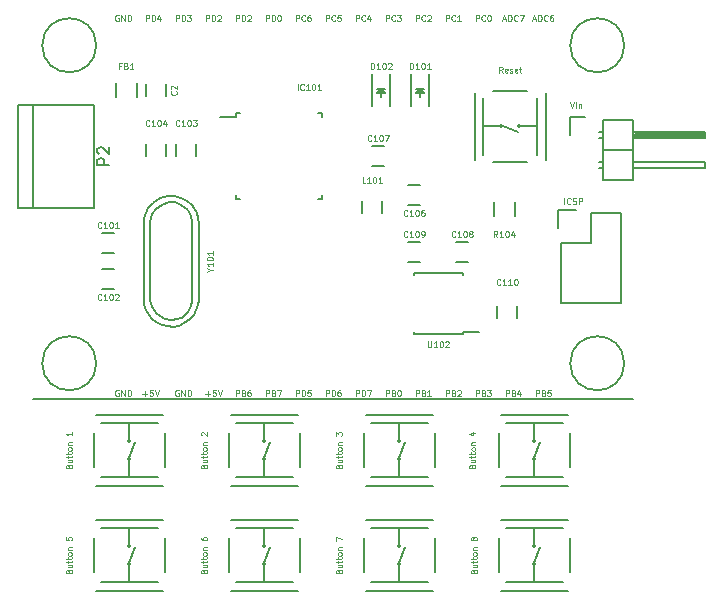
<source format=gto>
G04 #@! TF.FileFunction,Legend,Top*
%FSLAX46Y46*%
G04 Gerber Fmt 4.6, Leading zero omitted, Abs format (unit mm)*
G04 Created by KiCad (PCBNEW 4.0.1-stable) date 5/8/2016 2:59:50 PM*
%MOMM*%
G01*
G04 APERTURE LIST*
%ADD10C,0.100000*%
%ADD11C,0.127000*%
%ADD12C,0.076200*%
%ADD13C,0.150000*%
%ADD14C,0.075000*%
G04 APERTURE END LIST*
D10*
D11*
X109220000Y-127000000D02*
X160020000Y-127000000D01*
D12*
X116452953Y-126238000D02*
X116404572Y-126213810D01*
X116332000Y-126213810D01*
X116259429Y-126238000D01*
X116211048Y-126286381D01*
X116186857Y-126334762D01*
X116162667Y-126431524D01*
X116162667Y-126504095D01*
X116186857Y-126600857D01*
X116211048Y-126649238D01*
X116259429Y-126697619D01*
X116332000Y-126721810D01*
X116380381Y-126721810D01*
X116452953Y-126697619D01*
X116477143Y-126673429D01*
X116477143Y-126504095D01*
X116380381Y-126504095D01*
X116694857Y-126721810D02*
X116694857Y-126213810D01*
X116985143Y-126721810D01*
X116985143Y-126213810D01*
X117227047Y-126721810D02*
X117227047Y-126213810D01*
X117348000Y-126213810D01*
X117420571Y-126238000D01*
X117468952Y-126286381D01*
X117493143Y-126334762D01*
X117517333Y-126431524D01*
X117517333Y-126504095D01*
X117493143Y-126600857D01*
X117468952Y-126649238D01*
X117420571Y-126697619D01*
X117348000Y-126721810D01*
X117227047Y-126721810D01*
X118472857Y-126528286D02*
X118859905Y-126528286D01*
X118666381Y-126721810D02*
X118666381Y-126334762D01*
X119343714Y-126213810D02*
X119101809Y-126213810D01*
X119077619Y-126455714D01*
X119101809Y-126431524D01*
X119150190Y-126407333D01*
X119271143Y-126407333D01*
X119319524Y-126431524D01*
X119343714Y-126455714D01*
X119367905Y-126504095D01*
X119367905Y-126625048D01*
X119343714Y-126673429D01*
X119319524Y-126697619D01*
X119271143Y-126721810D01*
X119150190Y-126721810D01*
X119101809Y-126697619D01*
X119077619Y-126673429D01*
X119513048Y-126213810D02*
X119682381Y-126721810D01*
X119851715Y-126213810D01*
X121532953Y-126238000D02*
X121484572Y-126213810D01*
X121412000Y-126213810D01*
X121339429Y-126238000D01*
X121291048Y-126286381D01*
X121266857Y-126334762D01*
X121242667Y-126431524D01*
X121242667Y-126504095D01*
X121266857Y-126600857D01*
X121291048Y-126649238D01*
X121339429Y-126697619D01*
X121412000Y-126721810D01*
X121460381Y-126721810D01*
X121532953Y-126697619D01*
X121557143Y-126673429D01*
X121557143Y-126504095D01*
X121460381Y-126504095D01*
X121774857Y-126721810D02*
X121774857Y-126213810D01*
X122065143Y-126721810D01*
X122065143Y-126213810D01*
X122307047Y-126721810D02*
X122307047Y-126213810D01*
X122428000Y-126213810D01*
X122500571Y-126238000D01*
X122548952Y-126286381D01*
X122573143Y-126334762D01*
X122597333Y-126431524D01*
X122597333Y-126504095D01*
X122573143Y-126600857D01*
X122548952Y-126649238D01*
X122500571Y-126697619D01*
X122428000Y-126721810D01*
X122307047Y-126721810D01*
X123806857Y-126528286D02*
X124193905Y-126528286D01*
X124000381Y-126721810D02*
X124000381Y-126334762D01*
X124677714Y-126213810D02*
X124435809Y-126213810D01*
X124411619Y-126455714D01*
X124435809Y-126431524D01*
X124484190Y-126407333D01*
X124605143Y-126407333D01*
X124653524Y-126431524D01*
X124677714Y-126455714D01*
X124701905Y-126504095D01*
X124701905Y-126625048D01*
X124677714Y-126673429D01*
X124653524Y-126697619D01*
X124605143Y-126721810D01*
X124484190Y-126721810D01*
X124435809Y-126697619D01*
X124411619Y-126673429D01*
X124847048Y-126213810D02*
X125016381Y-126721810D01*
X125185715Y-126213810D01*
X126371047Y-126721810D02*
X126371047Y-126213810D01*
X126564571Y-126213810D01*
X126612952Y-126238000D01*
X126637143Y-126262190D01*
X126661333Y-126310571D01*
X126661333Y-126383143D01*
X126637143Y-126431524D01*
X126612952Y-126455714D01*
X126564571Y-126479905D01*
X126371047Y-126479905D01*
X127048381Y-126455714D02*
X127120952Y-126479905D01*
X127145143Y-126504095D01*
X127169333Y-126552476D01*
X127169333Y-126625048D01*
X127145143Y-126673429D01*
X127120952Y-126697619D01*
X127072571Y-126721810D01*
X126879047Y-126721810D01*
X126879047Y-126213810D01*
X127048381Y-126213810D01*
X127096762Y-126238000D01*
X127120952Y-126262190D01*
X127145143Y-126310571D01*
X127145143Y-126358952D01*
X127120952Y-126407333D01*
X127096762Y-126431524D01*
X127048381Y-126455714D01*
X126879047Y-126455714D01*
X127604762Y-126213810D02*
X127508000Y-126213810D01*
X127459619Y-126238000D01*
X127435428Y-126262190D01*
X127387047Y-126334762D01*
X127362857Y-126431524D01*
X127362857Y-126625048D01*
X127387047Y-126673429D01*
X127411238Y-126697619D01*
X127459619Y-126721810D01*
X127556381Y-126721810D01*
X127604762Y-126697619D01*
X127628952Y-126673429D01*
X127653143Y-126625048D01*
X127653143Y-126504095D01*
X127628952Y-126455714D01*
X127604762Y-126431524D01*
X127556381Y-126407333D01*
X127459619Y-126407333D01*
X127411238Y-126431524D01*
X127387047Y-126455714D01*
X127362857Y-126504095D01*
X128911047Y-126721810D02*
X128911047Y-126213810D01*
X129104571Y-126213810D01*
X129152952Y-126238000D01*
X129177143Y-126262190D01*
X129201333Y-126310571D01*
X129201333Y-126383143D01*
X129177143Y-126431524D01*
X129152952Y-126455714D01*
X129104571Y-126479905D01*
X128911047Y-126479905D01*
X129588381Y-126455714D02*
X129660952Y-126479905D01*
X129685143Y-126504095D01*
X129709333Y-126552476D01*
X129709333Y-126625048D01*
X129685143Y-126673429D01*
X129660952Y-126697619D01*
X129612571Y-126721810D01*
X129419047Y-126721810D01*
X129419047Y-126213810D01*
X129588381Y-126213810D01*
X129636762Y-126238000D01*
X129660952Y-126262190D01*
X129685143Y-126310571D01*
X129685143Y-126358952D01*
X129660952Y-126407333D01*
X129636762Y-126431524D01*
X129588381Y-126455714D01*
X129419047Y-126455714D01*
X129878666Y-126213810D02*
X130217333Y-126213810D01*
X129999619Y-126721810D01*
X131451047Y-126721810D02*
X131451047Y-126213810D01*
X131644571Y-126213810D01*
X131692952Y-126238000D01*
X131717143Y-126262190D01*
X131741333Y-126310571D01*
X131741333Y-126383143D01*
X131717143Y-126431524D01*
X131692952Y-126455714D01*
X131644571Y-126479905D01*
X131451047Y-126479905D01*
X131959047Y-126721810D02*
X131959047Y-126213810D01*
X132080000Y-126213810D01*
X132152571Y-126238000D01*
X132200952Y-126286381D01*
X132225143Y-126334762D01*
X132249333Y-126431524D01*
X132249333Y-126504095D01*
X132225143Y-126600857D01*
X132200952Y-126649238D01*
X132152571Y-126697619D01*
X132080000Y-126721810D01*
X131959047Y-126721810D01*
X132708952Y-126213810D02*
X132467047Y-126213810D01*
X132442857Y-126455714D01*
X132467047Y-126431524D01*
X132515428Y-126407333D01*
X132636381Y-126407333D01*
X132684762Y-126431524D01*
X132708952Y-126455714D01*
X132733143Y-126504095D01*
X132733143Y-126625048D01*
X132708952Y-126673429D01*
X132684762Y-126697619D01*
X132636381Y-126721810D01*
X132515428Y-126721810D01*
X132467047Y-126697619D01*
X132442857Y-126673429D01*
X133991047Y-126721810D02*
X133991047Y-126213810D01*
X134184571Y-126213810D01*
X134232952Y-126238000D01*
X134257143Y-126262190D01*
X134281333Y-126310571D01*
X134281333Y-126383143D01*
X134257143Y-126431524D01*
X134232952Y-126455714D01*
X134184571Y-126479905D01*
X133991047Y-126479905D01*
X134499047Y-126721810D02*
X134499047Y-126213810D01*
X134620000Y-126213810D01*
X134692571Y-126238000D01*
X134740952Y-126286381D01*
X134765143Y-126334762D01*
X134789333Y-126431524D01*
X134789333Y-126504095D01*
X134765143Y-126600857D01*
X134740952Y-126649238D01*
X134692571Y-126697619D01*
X134620000Y-126721810D01*
X134499047Y-126721810D01*
X135224762Y-126213810D02*
X135128000Y-126213810D01*
X135079619Y-126238000D01*
X135055428Y-126262190D01*
X135007047Y-126334762D01*
X134982857Y-126431524D01*
X134982857Y-126625048D01*
X135007047Y-126673429D01*
X135031238Y-126697619D01*
X135079619Y-126721810D01*
X135176381Y-126721810D01*
X135224762Y-126697619D01*
X135248952Y-126673429D01*
X135273143Y-126625048D01*
X135273143Y-126504095D01*
X135248952Y-126455714D01*
X135224762Y-126431524D01*
X135176381Y-126407333D01*
X135079619Y-126407333D01*
X135031238Y-126431524D01*
X135007047Y-126455714D01*
X134982857Y-126504095D01*
X136531047Y-126721810D02*
X136531047Y-126213810D01*
X136724571Y-126213810D01*
X136772952Y-126238000D01*
X136797143Y-126262190D01*
X136821333Y-126310571D01*
X136821333Y-126383143D01*
X136797143Y-126431524D01*
X136772952Y-126455714D01*
X136724571Y-126479905D01*
X136531047Y-126479905D01*
X137039047Y-126721810D02*
X137039047Y-126213810D01*
X137160000Y-126213810D01*
X137232571Y-126238000D01*
X137280952Y-126286381D01*
X137305143Y-126334762D01*
X137329333Y-126431524D01*
X137329333Y-126504095D01*
X137305143Y-126600857D01*
X137280952Y-126649238D01*
X137232571Y-126697619D01*
X137160000Y-126721810D01*
X137039047Y-126721810D01*
X137498666Y-126213810D02*
X137837333Y-126213810D01*
X137619619Y-126721810D01*
X139071047Y-126721810D02*
X139071047Y-126213810D01*
X139264571Y-126213810D01*
X139312952Y-126238000D01*
X139337143Y-126262190D01*
X139361333Y-126310571D01*
X139361333Y-126383143D01*
X139337143Y-126431524D01*
X139312952Y-126455714D01*
X139264571Y-126479905D01*
X139071047Y-126479905D01*
X139748381Y-126455714D02*
X139820952Y-126479905D01*
X139845143Y-126504095D01*
X139869333Y-126552476D01*
X139869333Y-126625048D01*
X139845143Y-126673429D01*
X139820952Y-126697619D01*
X139772571Y-126721810D01*
X139579047Y-126721810D01*
X139579047Y-126213810D01*
X139748381Y-126213810D01*
X139796762Y-126238000D01*
X139820952Y-126262190D01*
X139845143Y-126310571D01*
X139845143Y-126358952D01*
X139820952Y-126407333D01*
X139796762Y-126431524D01*
X139748381Y-126455714D01*
X139579047Y-126455714D01*
X140183809Y-126213810D02*
X140232190Y-126213810D01*
X140280571Y-126238000D01*
X140304762Y-126262190D01*
X140328952Y-126310571D01*
X140353143Y-126407333D01*
X140353143Y-126528286D01*
X140328952Y-126625048D01*
X140304762Y-126673429D01*
X140280571Y-126697619D01*
X140232190Y-126721810D01*
X140183809Y-126721810D01*
X140135428Y-126697619D01*
X140111238Y-126673429D01*
X140087047Y-126625048D01*
X140062857Y-126528286D01*
X140062857Y-126407333D01*
X140087047Y-126310571D01*
X140111238Y-126262190D01*
X140135428Y-126238000D01*
X140183809Y-126213810D01*
X141611047Y-126721810D02*
X141611047Y-126213810D01*
X141804571Y-126213810D01*
X141852952Y-126238000D01*
X141877143Y-126262190D01*
X141901333Y-126310571D01*
X141901333Y-126383143D01*
X141877143Y-126431524D01*
X141852952Y-126455714D01*
X141804571Y-126479905D01*
X141611047Y-126479905D01*
X142288381Y-126455714D02*
X142360952Y-126479905D01*
X142385143Y-126504095D01*
X142409333Y-126552476D01*
X142409333Y-126625048D01*
X142385143Y-126673429D01*
X142360952Y-126697619D01*
X142312571Y-126721810D01*
X142119047Y-126721810D01*
X142119047Y-126213810D01*
X142288381Y-126213810D01*
X142336762Y-126238000D01*
X142360952Y-126262190D01*
X142385143Y-126310571D01*
X142385143Y-126358952D01*
X142360952Y-126407333D01*
X142336762Y-126431524D01*
X142288381Y-126455714D01*
X142119047Y-126455714D01*
X142893143Y-126721810D02*
X142602857Y-126721810D01*
X142748000Y-126721810D02*
X142748000Y-126213810D01*
X142699619Y-126286381D01*
X142651238Y-126334762D01*
X142602857Y-126358952D01*
X144151047Y-126721810D02*
X144151047Y-126213810D01*
X144344571Y-126213810D01*
X144392952Y-126238000D01*
X144417143Y-126262190D01*
X144441333Y-126310571D01*
X144441333Y-126383143D01*
X144417143Y-126431524D01*
X144392952Y-126455714D01*
X144344571Y-126479905D01*
X144151047Y-126479905D01*
X144828381Y-126455714D02*
X144900952Y-126479905D01*
X144925143Y-126504095D01*
X144949333Y-126552476D01*
X144949333Y-126625048D01*
X144925143Y-126673429D01*
X144900952Y-126697619D01*
X144852571Y-126721810D01*
X144659047Y-126721810D01*
X144659047Y-126213810D01*
X144828381Y-126213810D01*
X144876762Y-126238000D01*
X144900952Y-126262190D01*
X144925143Y-126310571D01*
X144925143Y-126358952D01*
X144900952Y-126407333D01*
X144876762Y-126431524D01*
X144828381Y-126455714D01*
X144659047Y-126455714D01*
X145142857Y-126262190D02*
X145167047Y-126238000D01*
X145215428Y-126213810D01*
X145336381Y-126213810D01*
X145384762Y-126238000D01*
X145408952Y-126262190D01*
X145433143Y-126310571D01*
X145433143Y-126358952D01*
X145408952Y-126431524D01*
X145118666Y-126721810D01*
X145433143Y-126721810D01*
X146691047Y-126721810D02*
X146691047Y-126213810D01*
X146884571Y-126213810D01*
X146932952Y-126238000D01*
X146957143Y-126262190D01*
X146981333Y-126310571D01*
X146981333Y-126383143D01*
X146957143Y-126431524D01*
X146932952Y-126455714D01*
X146884571Y-126479905D01*
X146691047Y-126479905D01*
X147368381Y-126455714D02*
X147440952Y-126479905D01*
X147465143Y-126504095D01*
X147489333Y-126552476D01*
X147489333Y-126625048D01*
X147465143Y-126673429D01*
X147440952Y-126697619D01*
X147392571Y-126721810D01*
X147199047Y-126721810D01*
X147199047Y-126213810D01*
X147368381Y-126213810D01*
X147416762Y-126238000D01*
X147440952Y-126262190D01*
X147465143Y-126310571D01*
X147465143Y-126358952D01*
X147440952Y-126407333D01*
X147416762Y-126431524D01*
X147368381Y-126455714D01*
X147199047Y-126455714D01*
X147658666Y-126213810D02*
X147973143Y-126213810D01*
X147803809Y-126407333D01*
X147876381Y-126407333D01*
X147924762Y-126431524D01*
X147948952Y-126455714D01*
X147973143Y-126504095D01*
X147973143Y-126625048D01*
X147948952Y-126673429D01*
X147924762Y-126697619D01*
X147876381Y-126721810D01*
X147731238Y-126721810D01*
X147682857Y-126697619D01*
X147658666Y-126673429D01*
X149231047Y-126721810D02*
X149231047Y-126213810D01*
X149424571Y-126213810D01*
X149472952Y-126238000D01*
X149497143Y-126262190D01*
X149521333Y-126310571D01*
X149521333Y-126383143D01*
X149497143Y-126431524D01*
X149472952Y-126455714D01*
X149424571Y-126479905D01*
X149231047Y-126479905D01*
X149908381Y-126455714D02*
X149980952Y-126479905D01*
X150005143Y-126504095D01*
X150029333Y-126552476D01*
X150029333Y-126625048D01*
X150005143Y-126673429D01*
X149980952Y-126697619D01*
X149932571Y-126721810D01*
X149739047Y-126721810D01*
X149739047Y-126213810D01*
X149908381Y-126213810D01*
X149956762Y-126238000D01*
X149980952Y-126262190D01*
X150005143Y-126310571D01*
X150005143Y-126358952D01*
X149980952Y-126407333D01*
X149956762Y-126431524D01*
X149908381Y-126455714D01*
X149739047Y-126455714D01*
X150464762Y-126383143D02*
X150464762Y-126721810D01*
X150343809Y-126189619D02*
X150222857Y-126552476D01*
X150537333Y-126552476D01*
X151771047Y-126721810D02*
X151771047Y-126213810D01*
X151964571Y-126213810D01*
X152012952Y-126238000D01*
X152037143Y-126262190D01*
X152061333Y-126310571D01*
X152061333Y-126383143D01*
X152037143Y-126431524D01*
X152012952Y-126455714D01*
X151964571Y-126479905D01*
X151771047Y-126479905D01*
X152448381Y-126455714D02*
X152520952Y-126479905D01*
X152545143Y-126504095D01*
X152569333Y-126552476D01*
X152569333Y-126625048D01*
X152545143Y-126673429D01*
X152520952Y-126697619D01*
X152472571Y-126721810D01*
X152279047Y-126721810D01*
X152279047Y-126213810D01*
X152448381Y-126213810D01*
X152496762Y-126238000D01*
X152520952Y-126262190D01*
X152545143Y-126310571D01*
X152545143Y-126358952D01*
X152520952Y-126407333D01*
X152496762Y-126431524D01*
X152448381Y-126455714D01*
X152279047Y-126455714D01*
X153028952Y-126213810D02*
X152787047Y-126213810D01*
X152762857Y-126455714D01*
X152787047Y-126431524D01*
X152835428Y-126407333D01*
X152956381Y-126407333D01*
X153004762Y-126431524D01*
X153028952Y-126455714D01*
X153053143Y-126504095D01*
X153053143Y-126625048D01*
X153028952Y-126673429D01*
X153004762Y-126697619D01*
X152956381Y-126721810D01*
X152835428Y-126721810D01*
X152787047Y-126697619D01*
X152762857Y-126673429D01*
X151529143Y-94826667D02*
X151771048Y-94826667D01*
X151480762Y-94971810D02*
X151650095Y-94463810D01*
X151819429Y-94971810D01*
X151988762Y-94971810D02*
X151988762Y-94463810D01*
X152109715Y-94463810D01*
X152182286Y-94488000D01*
X152230667Y-94536381D01*
X152254858Y-94584762D01*
X152279048Y-94681524D01*
X152279048Y-94754095D01*
X152254858Y-94850857D01*
X152230667Y-94899238D01*
X152182286Y-94947619D01*
X152109715Y-94971810D01*
X151988762Y-94971810D01*
X152787048Y-94923429D02*
X152762858Y-94947619D01*
X152690286Y-94971810D01*
X152641905Y-94971810D01*
X152569334Y-94947619D01*
X152520953Y-94899238D01*
X152496762Y-94850857D01*
X152472572Y-94754095D01*
X152472572Y-94681524D01*
X152496762Y-94584762D01*
X152520953Y-94536381D01*
X152569334Y-94488000D01*
X152641905Y-94463810D01*
X152690286Y-94463810D01*
X152762858Y-94488000D01*
X152787048Y-94512190D01*
X153222477Y-94463810D02*
X153125715Y-94463810D01*
X153077334Y-94488000D01*
X153053143Y-94512190D01*
X153004762Y-94584762D01*
X152980572Y-94681524D01*
X152980572Y-94875048D01*
X153004762Y-94923429D01*
X153028953Y-94947619D01*
X153077334Y-94971810D01*
X153174096Y-94971810D01*
X153222477Y-94947619D01*
X153246667Y-94923429D01*
X153270858Y-94875048D01*
X153270858Y-94754095D01*
X153246667Y-94705714D01*
X153222477Y-94681524D01*
X153174096Y-94657333D01*
X153077334Y-94657333D01*
X153028953Y-94681524D01*
X153004762Y-94705714D01*
X152980572Y-94754095D01*
X148989143Y-94826667D02*
X149231048Y-94826667D01*
X148940762Y-94971810D02*
X149110095Y-94463810D01*
X149279429Y-94971810D01*
X149448762Y-94971810D02*
X149448762Y-94463810D01*
X149569715Y-94463810D01*
X149642286Y-94488000D01*
X149690667Y-94536381D01*
X149714858Y-94584762D01*
X149739048Y-94681524D01*
X149739048Y-94754095D01*
X149714858Y-94850857D01*
X149690667Y-94899238D01*
X149642286Y-94947619D01*
X149569715Y-94971810D01*
X149448762Y-94971810D01*
X150247048Y-94923429D02*
X150222858Y-94947619D01*
X150150286Y-94971810D01*
X150101905Y-94971810D01*
X150029334Y-94947619D01*
X149980953Y-94899238D01*
X149956762Y-94850857D01*
X149932572Y-94754095D01*
X149932572Y-94681524D01*
X149956762Y-94584762D01*
X149980953Y-94536381D01*
X150029334Y-94488000D01*
X150101905Y-94463810D01*
X150150286Y-94463810D01*
X150222858Y-94488000D01*
X150247048Y-94512190D01*
X150416381Y-94463810D02*
X150755048Y-94463810D01*
X150537334Y-94971810D01*
X146691047Y-94971810D02*
X146691047Y-94463810D01*
X146884571Y-94463810D01*
X146932952Y-94488000D01*
X146957143Y-94512190D01*
X146981333Y-94560571D01*
X146981333Y-94633143D01*
X146957143Y-94681524D01*
X146932952Y-94705714D01*
X146884571Y-94729905D01*
X146691047Y-94729905D01*
X147489333Y-94923429D02*
X147465143Y-94947619D01*
X147392571Y-94971810D01*
X147344190Y-94971810D01*
X147271619Y-94947619D01*
X147223238Y-94899238D01*
X147199047Y-94850857D01*
X147174857Y-94754095D01*
X147174857Y-94681524D01*
X147199047Y-94584762D01*
X147223238Y-94536381D01*
X147271619Y-94488000D01*
X147344190Y-94463810D01*
X147392571Y-94463810D01*
X147465143Y-94488000D01*
X147489333Y-94512190D01*
X147803809Y-94463810D02*
X147852190Y-94463810D01*
X147900571Y-94488000D01*
X147924762Y-94512190D01*
X147948952Y-94560571D01*
X147973143Y-94657333D01*
X147973143Y-94778286D01*
X147948952Y-94875048D01*
X147924762Y-94923429D01*
X147900571Y-94947619D01*
X147852190Y-94971810D01*
X147803809Y-94971810D01*
X147755428Y-94947619D01*
X147731238Y-94923429D01*
X147707047Y-94875048D01*
X147682857Y-94778286D01*
X147682857Y-94657333D01*
X147707047Y-94560571D01*
X147731238Y-94512190D01*
X147755428Y-94488000D01*
X147803809Y-94463810D01*
X144151047Y-94971810D02*
X144151047Y-94463810D01*
X144344571Y-94463810D01*
X144392952Y-94488000D01*
X144417143Y-94512190D01*
X144441333Y-94560571D01*
X144441333Y-94633143D01*
X144417143Y-94681524D01*
X144392952Y-94705714D01*
X144344571Y-94729905D01*
X144151047Y-94729905D01*
X144949333Y-94923429D02*
X144925143Y-94947619D01*
X144852571Y-94971810D01*
X144804190Y-94971810D01*
X144731619Y-94947619D01*
X144683238Y-94899238D01*
X144659047Y-94850857D01*
X144634857Y-94754095D01*
X144634857Y-94681524D01*
X144659047Y-94584762D01*
X144683238Y-94536381D01*
X144731619Y-94488000D01*
X144804190Y-94463810D01*
X144852571Y-94463810D01*
X144925143Y-94488000D01*
X144949333Y-94512190D01*
X145433143Y-94971810D02*
X145142857Y-94971810D01*
X145288000Y-94971810D02*
X145288000Y-94463810D01*
X145239619Y-94536381D01*
X145191238Y-94584762D01*
X145142857Y-94608952D01*
X141611047Y-94971810D02*
X141611047Y-94463810D01*
X141804571Y-94463810D01*
X141852952Y-94488000D01*
X141877143Y-94512190D01*
X141901333Y-94560571D01*
X141901333Y-94633143D01*
X141877143Y-94681524D01*
X141852952Y-94705714D01*
X141804571Y-94729905D01*
X141611047Y-94729905D01*
X142409333Y-94923429D02*
X142385143Y-94947619D01*
X142312571Y-94971810D01*
X142264190Y-94971810D01*
X142191619Y-94947619D01*
X142143238Y-94899238D01*
X142119047Y-94850857D01*
X142094857Y-94754095D01*
X142094857Y-94681524D01*
X142119047Y-94584762D01*
X142143238Y-94536381D01*
X142191619Y-94488000D01*
X142264190Y-94463810D01*
X142312571Y-94463810D01*
X142385143Y-94488000D01*
X142409333Y-94512190D01*
X142602857Y-94512190D02*
X142627047Y-94488000D01*
X142675428Y-94463810D01*
X142796381Y-94463810D01*
X142844762Y-94488000D01*
X142868952Y-94512190D01*
X142893143Y-94560571D01*
X142893143Y-94608952D01*
X142868952Y-94681524D01*
X142578666Y-94971810D01*
X142893143Y-94971810D01*
X139071047Y-94971810D02*
X139071047Y-94463810D01*
X139264571Y-94463810D01*
X139312952Y-94488000D01*
X139337143Y-94512190D01*
X139361333Y-94560571D01*
X139361333Y-94633143D01*
X139337143Y-94681524D01*
X139312952Y-94705714D01*
X139264571Y-94729905D01*
X139071047Y-94729905D01*
X139869333Y-94923429D02*
X139845143Y-94947619D01*
X139772571Y-94971810D01*
X139724190Y-94971810D01*
X139651619Y-94947619D01*
X139603238Y-94899238D01*
X139579047Y-94850857D01*
X139554857Y-94754095D01*
X139554857Y-94681524D01*
X139579047Y-94584762D01*
X139603238Y-94536381D01*
X139651619Y-94488000D01*
X139724190Y-94463810D01*
X139772571Y-94463810D01*
X139845143Y-94488000D01*
X139869333Y-94512190D01*
X140038666Y-94463810D02*
X140353143Y-94463810D01*
X140183809Y-94657333D01*
X140256381Y-94657333D01*
X140304762Y-94681524D01*
X140328952Y-94705714D01*
X140353143Y-94754095D01*
X140353143Y-94875048D01*
X140328952Y-94923429D01*
X140304762Y-94947619D01*
X140256381Y-94971810D01*
X140111238Y-94971810D01*
X140062857Y-94947619D01*
X140038666Y-94923429D01*
X136531047Y-94971810D02*
X136531047Y-94463810D01*
X136724571Y-94463810D01*
X136772952Y-94488000D01*
X136797143Y-94512190D01*
X136821333Y-94560571D01*
X136821333Y-94633143D01*
X136797143Y-94681524D01*
X136772952Y-94705714D01*
X136724571Y-94729905D01*
X136531047Y-94729905D01*
X137329333Y-94923429D02*
X137305143Y-94947619D01*
X137232571Y-94971810D01*
X137184190Y-94971810D01*
X137111619Y-94947619D01*
X137063238Y-94899238D01*
X137039047Y-94850857D01*
X137014857Y-94754095D01*
X137014857Y-94681524D01*
X137039047Y-94584762D01*
X137063238Y-94536381D01*
X137111619Y-94488000D01*
X137184190Y-94463810D01*
X137232571Y-94463810D01*
X137305143Y-94488000D01*
X137329333Y-94512190D01*
X137764762Y-94633143D02*
X137764762Y-94971810D01*
X137643809Y-94439619D02*
X137522857Y-94802476D01*
X137837333Y-94802476D01*
X133991047Y-94971810D02*
X133991047Y-94463810D01*
X134184571Y-94463810D01*
X134232952Y-94488000D01*
X134257143Y-94512190D01*
X134281333Y-94560571D01*
X134281333Y-94633143D01*
X134257143Y-94681524D01*
X134232952Y-94705714D01*
X134184571Y-94729905D01*
X133991047Y-94729905D01*
X134789333Y-94923429D02*
X134765143Y-94947619D01*
X134692571Y-94971810D01*
X134644190Y-94971810D01*
X134571619Y-94947619D01*
X134523238Y-94899238D01*
X134499047Y-94850857D01*
X134474857Y-94754095D01*
X134474857Y-94681524D01*
X134499047Y-94584762D01*
X134523238Y-94536381D01*
X134571619Y-94488000D01*
X134644190Y-94463810D01*
X134692571Y-94463810D01*
X134765143Y-94488000D01*
X134789333Y-94512190D01*
X135248952Y-94463810D02*
X135007047Y-94463810D01*
X134982857Y-94705714D01*
X135007047Y-94681524D01*
X135055428Y-94657333D01*
X135176381Y-94657333D01*
X135224762Y-94681524D01*
X135248952Y-94705714D01*
X135273143Y-94754095D01*
X135273143Y-94875048D01*
X135248952Y-94923429D01*
X135224762Y-94947619D01*
X135176381Y-94971810D01*
X135055428Y-94971810D01*
X135007047Y-94947619D01*
X134982857Y-94923429D01*
X131451047Y-94971810D02*
X131451047Y-94463810D01*
X131644571Y-94463810D01*
X131692952Y-94488000D01*
X131717143Y-94512190D01*
X131741333Y-94560571D01*
X131741333Y-94633143D01*
X131717143Y-94681524D01*
X131692952Y-94705714D01*
X131644571Y-94729905D01*
X131451047Y-94729905D01*
X132249333Y-94923429D02*
X132225143Y-94947619D01*
X132152571Y-94971810D01*
X132104190Y-94971810D01*
X132031619Y-94947619D01*
X131983238Y-94899238D01*
X131959047Y-94850857D01*
X131934857Y-94754095D01*
X131934857Y-94681524D01*
X131959047Y-94584762D01*
X131983238Y-94536381D01*
X132031619Y-94488000D01*
X132104190Y-94463810D01*
X132152571Y-94463810D01*
X132225143Y-94488000D01*
X132249333Y-94512190D01*
X132684762Y-94463810D02*
X132588000Y-94463810D01*
X132539619Y-94488000D01*
X132515428Y-94512190D01*
X132467047Y-94584762D01*
X132442857Y-94681524D01*
X132442857Y-94875048D01*
X132467047Y-94923429D01*
X132491238Y-94947619D01*
X132539619Y-94971810D01*
X132636381Y-94971810D01*
X132684762Y-94947619D01*
X132708952Y-94923429D01*
X132733143Y-94875048D01*
X132733143Y-94754095D01*
X132708952Y-94705714D01*
X132684762Y-94681524D01*
X132636381Y-94657333D01*
X132539619Y-94657333D01*
X132491238Y-94681524D01*
X132467047Y-94705714D01*
X132442857Y-94754095D01*
X128911047Y-94971810D02*
X128911047Y-94463810D01*
X129104571Y-94463810D01*
X129152952Y-94488000D01*
X129177143Y-94512190D01*
X129201333Y-94560571D01*
X129201333Y-94633143D01*
X129177143Y-94681524D01*
X129152952Y-94705714D01*
X129104571Y-94729905D01*
X128911047Y-94729905D01*
X129419047Y-94971810D02*
X129419047Y-94463810D01*
X129540000Y-94463810D01*
X129612571Y-94488000D01*
X129660952Y-94536381D01*
X129685143Y-94584762D01*
X129709333Y-94681524D01*
X129709333Y-94754095D01*
X129685143Y-94850857D01*
X129660952Y-94899238D01*
X129612571Y-94947619D01*
X129540000Y-94971810D01*
X129419047Y-94971810D01*
X130023809Y-94463810D02*
X130072190Y-94463810D01*
X130120571Y-94488000D01*
X130144762Y-94512190D01*
X130168952Y-94560571D01*
X130193143Y-94657333D01*
X130193143Y-94778286D01*
X130168952Y-94875048D01*
X130144762Y-94923429D01*
X130120571Y-94947619D01*
X130072190Y-94971810D01*
X130023809Y-94971810D01*
X129975428Y-94947619D01*
X129951238Y-94923429D01*
X129927047Y-94875048D01*
X129902857Y-94778286D01*
X129902857Y-94657333D01*
X129927047Y-94560571D01*
X129951238Y-94512190D01*
X129975428Y-94488000D01*
X130023809Y-94463810D01*
X126371047Y-94971810D02*
X126371047Y-94463810D01*
X126564571Y-94463810D01*
X126612952Y-94488000D01*
X126637143Y-94512190D01*
X126661333Y-94560571D01*
X126661333Y-94633143D01*
X126637143Y-94681524D01*
X126612952Y-94705714D01*
X126564571Y-94729905D01*
X126371047Y-94729905D01*
X126879047Y-94971810D02*
X126879047Y-94463810D01*
X127000000Y-94463810D01*
X127072571Y-94488000D01*
X127120952Y-94536381D01*
X127145143Y-94584762D01*
X127169333Y-94681524D01*
X127169333Y-94754095D01*
X127145143Y-94850857D01*
X127120952Y-94899238D01*
X127072571Y-94947619D01*
X127000000Y-94971810D01*
X126879047Y-94971810D01*
X127362857Y-94512190D02*
X127387047Y-94488000D01*
X127435428Y-94463810D01*
X127556381Y-94463810D01*
X127604762Y-94488000D01*
X127628952Y-94512190D01*
X127653143Y-94560571D01*
X127653143Y-94608952D01*
X127628952Y-94681524D01*
X127338666Y-94971810D01*
X127653143Y-94971810D01*
X123831047Y-94971810D02*
X123831047Y-94463810D01*
X124024571Y-94463810D01*
X124072952Y-94488000D01*
X124097143Y-94512190D01*
X124121333Y-94560571D01*
X124121333Y-94633143D01*
X124097143Y-94681524D01*
X124072952Y-94705714D01*
X124024571Y-94729905D01*
X123831047Y-94729905D01*
X124339047Y-94971810D02*
X124339047Y-94463810D01*
X124460000Y-94463810D01*
X124532571Y-94488000D01*
X124580952Y-94536381D01*
X124605143Y-94584762D01*
X124629333Y-94681524D01*
X124629333Y-94754095D01*
X124605143Y-94850857D01*
X124580952Y-94899238D01*
X124532571Y-94947619D01*
X124460000Y-94971810D01*
X124339047Y-94971810D01*
X124822857Y-94512190D02*
X124847047Y-94488000D01*
X124895428Y-94463810D01*
X125016381Y-94463810D01*
X125064762Y-94488000D01*
X125088952Y-94512190D01*
X125113143Y-94560571D01*
X125113143Y-94608952D01*
X125088952Y-94681524D01*
X124798666Y-94971810D01*
X125113143Y-94971810D01*
X121291047Y-94971810D02*
X121291047Y-94463810D01*
X121484571Y-94463810D01*
X121532952Y-94488000D01*
X121557143Y-94512190D01*
X121581333Y-94560571D01*
X121581333Y-94633143D01*
X121557143Y-94681524D01*
X121532952Y-94705714D01*
X121484571Y-94729905D01*
X121291047Y-94729905D01*
X121799047Y-94971810D02*
X121799047Y-94463810D01*
X121920000Y-94463810D01*
X121992571Y-94488000D01*
X122040952Y-94536381D01*
X122065143Y-94584762D01*
X122089333Y-94681524D01*
X122089333Y-94754095D01*
X122065143Y-94850857D01*
X122040952Y-94899238D01*
X121992571Y-94947619D01*
X121920000Y-94971810D01*
X121799047Y-94971810D01*
X122258666Y-94463810D02*
X122573143Y-94463810D01*
X122403809Y-94657333D01*
X122476381Y-94657333D01*
X122524762Y-94681524D01*
X122548952Y-94705714D01*
X122573143Y-94754095D01*
X122573143Y-94875048D01*
X122548952Y-94923429D01*
X122524762Y-94947619D01*
X122476381Y-94971810D01*
X122331238Y-94971810D01*
X122282857Y-94947619D01*
X122258666Y-94923429D01*
X118751047Y-94971810D02*
X118751047Y-94463810D01*
X118944571Y-94463810D01*
X118992952Y-94488000D01*
X119017143Y-94512190D01*
X119041333Y-94560571D01*
X119041333Y-94633143D01*
X119017143Y-94681524D01*
X118992952Y-94705714D01*
X118944571Y-94729905D01*
X118751047Y-94729905D01*
X119259047Y-94971810D02*
X119259047Y-94463810D01*
X119380000Y-94463810D01*
X119452571Y-94488000D01*
X119500952Y-94536381D01*
X119525143Y-94584762D01*
X119549333Y-94681524D01*
X119549333Y-94754095D01*
X119525143Y-94850857D01*
X119500952Y-94899238D01*
X119452571Y-94947619D01*
X119380000Y-94971810D01*
X119259047Y-94971810D01*
X119984762Y-94633143D02*
X119984762Y-94971810D01*
X119863809Y-94439619D02*
X119742857Y-94802476D01*
X120057333Y-94802476D01*
X116452953Y-94488000D02*
X116404572Y-94463810D01*
X116332000Y-94463810D01*
X116259429Y-94488000D01*
X116211048Y-94536381D01*
X116186857Y-94584762D01*
X116162667Y-94681524D01*
X116162667Y-94754095D01*
X116186857Y-94850857D01*
X116211048Y-94899238D01*
X116259429Y-94947619D01*
X116332000Y-94971810D01*
X116380381Y-94971810D01*
X116452953Y-94947619D01*
X116477143Y-94923429D01*
X116477143Y-94754095D01*
X116380381Y-94754095D01*
X116694857Y-94971810D02*
X116694857Y-94463810D01*
X116985143Y-94971810D01*
X116985143Y-94463810D01*
X117227047Y-94971810D02*
X117227047Y-94463810D01*
X117348000Y-94463810D01*
X117420571Y-94488000D01*
X117468952Y-94536381D01*
X117493143Y-94584762D01*
X117517333Y-94681524D01*
X117517333Y-94754095D01*
X117493143Y-94850857D01*
X117468952Y-94899238D01*
X117420571Y-94947619D01*
X117348000Y-94971810D01*
X117227047Y-94971810D01*
D13*
X114554000Y-97028000D02*
G75*
G03X114554000Y-97028000I-2286000J0D01*
G01*
X128778000Y-131953000D02*
X129286000Y-130618000D01*
X128905000Y-132080000D02*
G75*
G03X128905000Y-132080000I-127000J0D01*
G01*
X128905000Y-130556000D02*
G75*
G03X128905000Y-130556000I-127000J0D01*
G01*
X128778000Y-133604000D02*
X128778000Y-132207000D01*
X128778000Y-129032000D02*
X128778000Y-130429000D01*
X126365000Y-133604000D02*
X131191000Y-133604000D01*
X126365000Y-129032000D02*
X131191000Y-129032000D01*
X125778000Y-129868000D02*
X125778000Y-132768000D01*
X125928000Y-134318000D02*
X131628000Y-134318000D01*
X131778000Y-132768000D02*
X131778000Y-129868000D01*
X131628000Y-128318000D02*
X125928000Y-128318000D01*
X115070000Y-114642000D02*
X116070000Y-114642000D01*
X116070000Y-112942000D02*
X115070000Y-112942000D01*
X115070000Y-117690000D02*
X116070000Y-117690000D01*
X116070000Y-115990000D02*
X115070000Y-115990000D01*
X121324000Y-105418000D02*
X121324000Y-106418000D01*
X123024000Y-106418000D02*
X123024000Y-105418000D01*
X118784000Y-105418000D02*
X118784000Y-106418000D01*
X120484000Y-106418000D02*
X120484000Y-105418000D01*
X141978000Y-108878000D02*
X140978000Y-108878000D01*
X140978000Y-110578000D02*
X141978000Y-110578000D01*
X138930000Y-105576000D02*
X137930000Y-105576000D01*
X137930000Y-107276000D02*
X138930000Y-107276000D01*
X145042000Y-115404000D02*
X146042000Y-115404000D01*
X146042000Y-113704000D02*
X145042000Y-113704000D01*
X141978000Y-113704000D02*
X140978000Y-113704000D01*
X140978000Y-115404000D02*
X141978000Y-115404000D01*
X148502000Y-119134000D02*
X148502000Y-120134000D01*
X150202000Y-120134000D02*
X150202000Y-119134000D01*
X141236000Y-99492000D02*
X141236000Y-102192000D01*
X142736000Y-99492000D02*
X142736000Y-102192000D01*
X141836000Y-100992000D02*
X142086000Y-100992000D01*
X142086000Y-100992000D02*
X141936000Y-100842000D01*
X142336000Y-100742000D02*
X141636000Y-100742000D01*
X141986000Y-101092000D02*
X141986000Y-101442000D01*
X141986000Y-100742000D02*
X142336000Y-101092000D01*
X142336000Y-101092000D02*
X141636000Y-101092000D01*
X141636000Y-101092000D02*
X141986000Y-100742000D01*
X137934000Y-99492000D02*
X137934000Y-102192000D01*
X139434000Y-99492000D02*
X139434000Y-102192000D01*
X138534000Y-100992000D02*
X138784000Y-100992000D01*
X138784000Y-100992000D02*
X138634000Y-100842000D01*
X139034000Y-100742000D02*
X138334000Y-100742000D01*
X138684000Y-101092000D02*
X138684000Y-101442000D01*
X138684000Y-100742000D02*
X139034000Y-101092000D01*
X139034000Y-101092000D02*
X138334000Y-101092000D01*
X138334000Y-101092000D02*
X138684000Y-100742000D01*
X126423000Y-102801000D02*
X126423000Y-103126000D01*
X133673000Y-102801000D02*
X133673000Y-103126000D01*
X133673000Y-110051000D02*
X133673000Y-109726000D01*
X126423000Y-110051000D02*
X126423000Y-109726000D01*
X126423000Y-102801000D02*
X126748000Y-102801000D01*
X126423000Y-110051000D02*
X126748000Y-110051000D01*
X133673000Y-110051000D02*
X133348000Y-110051000D01*
X133673000Y-102801000D02*
X133348000Y-102801000D01*
X126423000Y-103126000D02*
X124998000Y-103126000D01*
X137072000Y-110244000D02*
X137072000Y-111244000D01*
X138772000Y-111244000D02*
X138772000Y-110244000D01*
X117969000Y-100238000D02*
X117969000Y-101438000D01*
X116219000Y-101438000D02*
X116219000Y-100238000D01*
X149973000Y-110271000D02*
X149973000Y-111471000D01*
X148223000Y-111471000D02*
X148223000Y-110271000D01*
X145585000Y-121447000D02*
X145585000Y-121302000D01*
X141435000Y-121447000D02*
X141435000Y-121302000D01*
X141435000Y-116297000D02*
X141435000Y-116442000D01*
X145585000Y-116297000D02*
X145585000Y-116442000D01*
X145585000Y-121447000D02*
X141435000Y-121447000D01*
X145585000Y-116297000D02*
X141435000Y-116297000D01*
X145585000Y-121302000D02*
X146985000Y-121302000D01*
X121904760Y-120015000D02*
X121503440Y-120215660D01*
X121503440Y-120215660D02*
X120904000Y-120317260D01*
X120904000Y-120317260D02*
X120403620Y-120215660D01*
X120403620Y-120215660D02*
X119705120Y-119816880D01*
X119705120Y-119816880D02*
X119303800Y-119214900D01*
X119303800Y-119214900D02*
X119103140Y-118615460D01*
X119103140Y-118615460D02*
X119103140Y-112016540D01*
X119103140Y-112016540D02*
X119303800Y-111315500D01*
X119303800Y-111315500D02*
X119603520Y-110916720D01*
X119603520Y-110916720D02*
X120103900Y-110515400D01*
X120103900Y-110515400D02*
X120703340Y-110314740D01*
X120703340Y-110314740D02*
X121203720Y-110314740D01*
X121203720Y-110314740D02*
X121704100Y-110515400D01*
X121704100Y-110515400D02*
X122303540Y-111015780D01*
X122303540Y-111015780D02*
X122603260Y-111516160D01*
X122603260Y-111516160D02*
X122704860Y-112016540D01*
X122704860Y-112115600D02*
X122704860Y-118717060D01*
X122704860Y-118717060D02*
X122603260Y-119115840D01*
X122603260Y-119115840D02*
X122303540Y-119616220D01*
X122303540Y-119616220D02*
X121803160Y-120116600D01*
X123233180Y-112125760D02*
X123184920Y-111666020D01*
X123184920Y-111666020D02*
X123073160Y-111267240D01*
X123073160Y-111267240D02*
X122854720Y-110835440D01*
X122854720Y-110835440D02*
X122623580Y-110545880D01*
X122623580Y-110545880D02*
X122273060Y-110215680D01*
X122273060Y-110215680D02*
X121734580Y-109926120D01*
X121734580Y-109926120D02*
X121135140Y-109796580D01*
X121135140Y-109796580D02*
X120624600Y-109796580D01*
X120624600Y-109796580D02*
X119923560Y-109966760D01*
X119923560Y-109966760D02*
X119334280Y-110365540D01*
X119334280Y-110365540D02*
X118963440Y-110825280D01*
X118963440Y-110825280D02*
X118755160Y-111246920D01*
X118755160Y-111246920D02*
X118595140Y-111696500D01*
X118595140Y-111696500D02*
X118564660Y-112135920D01*
X118783100Y-119476520D02*
X119004080Y-119854980D01*
X119004080Y-119854980D02*
X119283480Y-120175020D01*
X119283480Y-120175020D02*
X119613680Y-120426480D01*
X119613680Y-120426480D02*
X120164860Y-120726200D01*
X120164860Y-120726200D02*
X120634760Y-120835420D01*
X120634760Y-120835420D02*
X121094500Y-120855740D01*
X121094500Y-120855740D02*
X121554240Y-120766840D01*
X121554240Y-120766840D02*
X122003820Y-120576340D01*
X122003820Y-120576340D02*
X122473720Y-120215660D01*
X122473720Y-120215660D02*
X122793760Y-119865140D01*
X122793760Y-119865140D02*
X123024900Y-119476520D01*
X123024900Y-119476520D02*
X123164600Y-119047260D01*
X123164600Y-119047260D02*
X123233180Y-118605300D01*
X118574820Y-112115600D02*
X118574820Y-118567200D01*
X118574820Y-118567200D02*
X118612920Y-118986300D01*
X118612920Y-118986300D02*
X118783100Y-119476520D01*
X123233180Y-112115600D02*
X123233180Y-118567200D01*
X117348000Y-131953000D02*
X117856000Y-130618000D01*
X117475000Y-132080000D02*
G75*
G03X117475000Y-132080000I-127000J0D01*
G01*
X117475000Y-130556000D02*
G75*
G03X117475000Y-130556000I-127000J0D01*
G01*
X117348000Y-133604000D02*
X117348000Y-132207000D01*
X117348000Y-129032000D02*
X117348000Y-130429000D01*
X114935000Y-133604000D02*
X119761000Y-133604000D01*
X114935000Y-129032000D02*
X119761000Y-129032000D01*
X114348000Y-129868000D02*
X114348000Y-132768000D01*
X114498000Y-134318000D02*
X120198000Y-134318000D01*
X120348000Y-132768000D02*
X120348000Y-129868000D01*
X120198000Y-128318000D02*
X114498000Y-128318000D01*
X140208000Y-131953000D02*
X140716000Y-130618000D01*
X140335000Y-132080000D02*
G75*
G03X140335000Y-132080000I-127000J0D01*
G01*
X140335000Y-130556000D02*
G75*
G03X140335000Y-130556000I-127000J0D01*
G01*
X140208000Y-133604000D02*
X140208000Y-132207000D01*
X140208000Y-129032000D02*
X140208000Y-130429000D01*
X137795000Y-133604000D02*
X142621000Y-133604000D01*
X137795000Y-129032000D02*
X142621000Y-129032000D01*
X137208000Y-129868000D02*
X137208000Y-132768000D01*
X137358000Y-134318000D02*
X143058000Y-134318000D01*
X143208000Y-132768000D02*
X143208000Y-129868000D01*
X143058000Y-128318000D02*
X137358000Y-128318000D01*
X151638000Y-131953000D02*
X152146000Y-130618000D01*
X151765000Y-132080000D02*
G75*
G03X151765000Y-132080000I-127000J0D01*
G01*
X151765000Y-130556000D02*
G75*
G03X151765000Y-130556000I-127000J0D01*
G01*
X151638000Y-133604000D02*
X151638000Y-132207000D01*
X151638000Y-129032000D02*
X151638000Y-130429000D01*
X149225000Y-133604000D02*
X154051000Y-133604000D01*
X149225000Y-129032000D02*
X154051000Y-129032000D01*
X148638000Y-129868000D02*
X148638000Y-132768000D01*
X148788000Y-134318000D02*
X154488000Y-134318000D01*
X154638000Y-132768000D02*
X154638000Y-129868000D01*
X154488000Y-128318000D02*
X148788000Y-128318000D01*
X117348000Y-140843000D02*
X117856000Y-139508000D01*
X117475000Y-140970000D02*
G75*
G03X117475000Y-140970000I-127000J0D01*
G01*
X117475000Y-139446000D02*
G75*
G03X117475000Y-139446000I-127000J0D01*
G01*
X117348000Y-142494000D02*
X117348000Y-141097000D01*
X117348000Y-137922000D02*
X117348000Y-139319000D01*
X114935000Y-142494000D02*
X119761000Y-142494000D01*
X114935000Y-137922000D02*
X119761000Y-137922000D01*
X114348000Y-138758000D02*
X114348000Y-141658000D01*
X114498000Y-143208000D02*
X120198000Y-143208000D01*
X120348000Y-141658000D02*
X120348000Y-138758000D01*
X120198000Y-137208000D02*
X114498000Y-137208000D01*
X128778000Y-140843000D02*
X129286000Y-139508000D01*
X128905000Y-140970000D02*
G75*
G03X128905000Y-140970000I-127000J0D01*
G01*
X128905000Y-139446000D02*
G75*
G03X128905000Y-139446000I-127000J0D01*
G01*
X128778000Y-142494000D02*
X128778000Y-141097000D01*
X128778000Y-137922000D02*
X128778000Y-139319000D01*
X126365000Y-142494000D02*
X131191000Y-142494000D01*
X126365000Y-137922000D02*
X131191000Y-137922000D01*
X125778000Y-138758000D02*
X125778000Y-141658000D01*
X125928000Y-143208000D02*
X131628000Y-143208000D01*
X131778000Y-141658000D02*
X131778000Y-138758000D01*
X131628000Y-137208000D02*
X125928000Y-137208000D01*
X140208000Y-140843000D02*
X140716000Y-139508000D01*
X140335000Y-140970000D02*
G75*
G03X140335000Y-140970000I-127000J0D01*
G01*
X140335000Y-139446000D02*
G75*
G03X140335000Y-139446000I-127000J0D01*
G01*
X140208000Y-142494000D02*
X140208000Y-141097000D01*
X140208000Y-137922000D02*
X140208000Y-139319000D01*
X137795000Y-142494000D02*
X142621000Y-142494000D01*
X137795000Y-137922000D02*
X142621000Y-137922000D01*
X137208000Y-138758000D02*
X137208000Y-141658000D01*
X137358000Y-143208000D02*
X143058000Y-143208000D01*
X143208000Y-141658000D02*
X143208000Y-138758000D01*
X143058000Y-137208000D02*
X137358000Y-137208000D01*
X151638000Y-140843000D02*
X152146000Y-139508000D01*
X151765000Y-140970000D02*
G75*
G03X151765000Y-140970000I-127000J0D01*
G01*
X151765000Y-139446000D02*
G75*
G03X151765000Y-139446000I-127000J0D01*
G01*
X151638000Y-142494000D02*
X151638000Y-141097000D01*
X151638000Y-137922000D02*
X151638000Y-139319000D01*
X149225000Y-142494000D02*
X154051000Y-142494000D01*
X149225000Y-137922000D02*
X154051000Y-137922000D01*
X148638000Y-138758000D02*
X148638000Y-141658000D01*
X148788000Y-143208000D02*
X154488000Y-143208000D01*
X154638000Y-141658000D02*
X154638000Y-138758000D01*
X154488000Y-137208000D02*
X148788000Y-137208000D01*
X148971000Y-103886000D02*
X150306000Y-104394000D01*
X148971000Y-103886000D02*
G75*
G03X148971000Y-103886000I-127000J0D01*
G01*
X150495000Y-103886000D02*
G75*
G03X150495000Y-103886000I-127000J0D01*
G01*
X147320000Y-103886000D02*
X148717000Y-103886000D01*
X151892000Y-103886000D02*
X150495000Y-103886000D01*
X147320000Y-101473000D02*
X147320000Y-106299000D01*
X151892000Y-101473000D02*
X151892000Y-106299000D01*
X151056000Y-100886000D02*
X148156000Y-100886000D01*
X146606000Y-101036000D02*
X146606000Y-106736000D01*
X148156000Y-106886000D02*
X151056000Y-106886000D01*
X152606000Y-106736000D02*
X152606000Y-101036000D01*
X159258000Y-97028000D02*
G75*
G03X159258000Y-97028000I-2286000J0D01*
G01*
X114554000Y-123952000D02*
G75*
G03X114554000Y-123952000I-2286000J0D01*
G01*
X159258000Y-123952000D02*
G75*
G03X159258000Y-123952000I-2286000J0D01*
G01*
X154656000Y-103098000D02*
X154656000Y-104648000D01*
X155956000Y-103098000D02*
X154656000Y-103098000D01*
X160147000Y-104521000D02*
X165989000Y-104521000D01*
X165989000Y-104521000D02*
X165989000Y-104775000D01*
X165989000Y-104775000D02*
X160147000Y-104775000D01*
X160147000Y-104775000D02*
X160147000Y-104648000D01*
X160147000Y-104648000D02*
X165989000Y-104648000D01*
X157480000Y-104394000D02*
X157099000Y-104394000D01*
X157480000Y-104902000D02*
X157099000Y-104902000D01*
X157480000Y-106934000D02*
X157099000Y-106934000D01*
X157480000Y-107442000D02*
X157099000Y-107442000D01*
X157480000Y-103378000D02*
X160020000Y-103378000D01*
X157480000Y-105918000D02*
X160020000Y-105918000D01*
X157480000Y-105918000D02*
X157480000Y-108458000D01*
X157480000Y-108458000D02*
X160020000Y-108458000D01*
X160020000Y-106934000D02*
X166116000Y-106934000D01*
X166116000Y-106934000D02*
X166116000Y-107442000D01*
X166116000Y-107442000D02*
X160020000Y-107442000D01*
X160020000Y-108458000D02*
X160020000Y-105918000D01*
X160020000Y-105918000D02*
X160020000Y-103378000D01*
X166116000Y-104902000D02*
X160020000Y-104902000D01*
X166116000Y-104394000D02*
X166116000Y-104902000D01*
X160020000Y-104394000D02*
X166116000Y-104394000D01*
X157480000Y-105918000D02*
X160020000Y-105918000D01*
X157480000Y-103378000D02*
X157480000Y-105918000D01*
X107942540Y-102075100D02*
X107942540Y-110775100D01*
X114347540Y-102075100D02*
X114347540Y-110775100D01*
X114347540Y-110775100D02*
X107942540Y-110775100D01*
X109172540Y-110775100D02*
X109172540Y-102075100D01*
X107942540Y-102075100D02*
X114347540Y-102075100D01*
X153924000Y-113792000D02*
X153924000Y-118872000D01*
X153644000Y-110972000D02*
X155194000Y-110972000D01*
X156464000Y-111252000D02*
X156464000Y-113792000D01*
X156464000Y-113792000D02*
X153924000Y-113792000D01*
X153924000Y-118872000D02*
X159004000Y-118872000D01*
X159004000Y-118872000D02*
X159004000Y-113792000D01*
X153644000Y-110972000D02*
X153644000Y-112522000D01*
X159004000Y-111252000D02*
X156464000Y-111252000D01*
X159004000Y-113792000D02*
X159004000Y-111252000D01*
X120484000Y-101338000D02*
X120484000Y-100338000D01*
X118784000Y-100338000D02*
X118784000Y-101338000D01*
D14*
X123662286Y-132675142D02*
X123686095Y-132603713D01*
X123709905Y-132579904D01*
X123757524Y-132556094D01*
X123828952Y-132556094D01*
X123876571Y-132579904D01*
X123900381Y-132603713D01*
X123924190Y-132651332D01*
X123924190Y-132841808D01*
X123424190Y-132841808D01*
X123424190Y-132675142D01*
X123448000Y-132627523D01*
X123471810Y-132603713D01*
X123519429Y-132579904D01*
X123567048Y-132579904D01*
X123614667Y-132603713D01*
X123638476Y-132627523D01*
X123662286Y-132675142D01*
X123662286Y-132841808D01*
X123590857Y-132127523D02*
X123924190Y-132127523D01*
X123590857Y-132341808D02*
X123852762Y-132341808D01*
X123900381Y-132317999D01*
X123924190Y-132270380D01*
X123924190Y-132198951D01*
X123900381Y-132151332D01*
X123876571Y-132127523D01*
X123590857Y-131960856D02*
X123590857Y-131770380D01*
X123424190Y-131889427D02*
X123852762Y-131889427D01*
X123900381Y-131865618D01*
X123924190Y-131817999D01*
X123924190Y-131770380D01*
X123590857Y-131675142D02*
X123590857Y-131484666D01*
X123424190Y-131603713D02*
X123852762Y-131603713D01*
X123900381Y-131579904D01*
X123924190Y-131532285D01*
X123924190Y-131484666D01*
X123924190Y-131246571D02*
X123900381Y-131294190D01*
X123876571Y-131317999D01*
X123828952Y-131341809D01*
X123686095Y-131341809D01*
X123638476Y-131317999D01*
X123614667Y-131294190D01*
X123590857Y-131246571D01*
X123590857Y-131175142D01*
X123614667Y-131127523D01*
X123638476Y-131103714D01*
X123686095Y-131079904D01*
X123828952Y-131079904D01*
X123876571Y-131103714D01*
X123900381Y-131127523D01*
X123924190Y-131175142D01*
X123924190Y-131246571D01*
X123590857Y-130865618D02*
X123924190Y-130865618D01*
X123638476Y-130865618D02*
X123614667Y-130841809D01*
X123590857Y-130794190D01*
X123590857Y-130722761D01*
X123614667Y-130675142D01*
X123662286Y-130651333D01*
X123924190Y-130651333D01*
X123471810Y-130056095D02*
X123448000Y-130032285D01*
X123424190Y-129984666D01*
X123424190Y-129865619D01*
X123448000Y-129818000D01*
X123471810Y-129794190D01*
X123519429Y-129770381D01*
X123567048Y-129770381D01*
X123638476Y-129794190D01*
X123924190Y-130079904D01*
X123924190Y-129770381D01*
D12*
X115001523Y-112449429D02*
X114977333Y-112473619D01*
X114904761Y-112497810D01*
X114856380Y-112497810D01*
X114783809Y-112473619D01*
X114735428Y-112425238D01*
X114711237Y-112376857D01*
X114687047Y-112280095D01*
X114687047Y-112207524D01*
X114711237Y-112110762D01*
X114735428Y-112062381D01*
X114783809Y-112014000D01*
X114856380Y-111989810D01*
X114904761Y-111989810D01*
X114977333Y-112014000D01*
X115001523Y-112038190D01*
X115485333Y-112497810D02*
X115195047Y-112497810D01*
X115340190Y-112497810D02*
X115340190Y-111989810D01*
X115291809Y-112062381D01*
X115243428Y-112110762D01*
X115195047Y-112134952D01*
X115799809Y-111989810D02*
X115848190Y-111989810D01*
X115896571Y-112014000D01*
X115920762Y-112038190D01*
X115944952Y-112086571D01*
X115969143Y-112183333D01*
X115969143Y-112304286D01*
X115944952Y-112401048D01*
X115920762Y-112449429D01*
X115896571Y-112473619D01*
X115848190Y-112497810D01*
X115799809Y-112497810D01*
X115751428Y-112473619D01*
X115727238Y-112449429D01*
X115703047Y-112401048D01*
X115678857Y-112304286D01*
X115678857Y-112183333D01*
X115703047Y-112086571D01*
X115727238Y-112038190D01*
X115751428Y-112014000D01*
X115799809Y-111989810D01*
X116452953Y-112497810D02*
X116162667Y-112497810D01*
X116307810Y-112497810D02*
X116307810Y-111989810D01*
X116259429Y-112062381D01*
X116211048Y-112110762D01*
X116162667Y-112134952D01*
X115001523Y-118545429D02*
X114977333Y-118569619D01*
X114904761Y-118593810D01*
X114856380Y-118593810D01*
X114783809Y-118569619D01*
X114735428Y-118521238D01*
X114711237Y-118472857D01*
X114687047Y-118376095D01*
X114687047Y-118303524D01*
X114711237Y-118206762D01*
X114735428Y-118158381D01*
X114783809Y-118110000D01*
X114856380Y-118085810D01*
X114904761Y-118085810D01*
X114977333Y-118110000D01*
X115001523Y-118134190D01*
X115485333Y-118593810D02*
X115195047Y-118593810D01*
X115340190Y-118593810D02*
X115340190Y-118085810D01*
X115291809Y-118158381D01*
X115243428Y-118206762D01*
X115195047Y-118230952D01*
X115799809Y-118085810D02*
X115848190Y-118085810D01*
X115896571Y-118110000D01*
X115920762Y-118134190D01*
X115944952Y-118182571D01*
X115969143Y-118279333D01*
X115969143Y-118400286D01*
X115944952Y-118497048D01*
X115920762Y-118545429D01*
X115896571Y-118569619D01*
X115848190Y-118593810D01*
X115799809Y-118593810D01*
X115751428Y-118569619D01*
X115727238Y-118545429D01*
X115703047Y-118497048D01*
X115678857Y-118400286D01*
X115678857Y-118279333D01*
X115703047Y-118182571D01*
X115727238Y-118134190D01*
X115751428Y-118110000D01*
X115799809Y-118085810D01*
X116162667Y-118134190D02*
X116186857Y-118110000D01*
X116235238Y-118085810D01*
X116356191Y-118085810D01*
X116404572Y-118110000D01*
X116428762Y-118134190D01*
X116452953Y-118182571D01*
X116452953Y-118230952D01*
X116428762Y-118303524D01*
X116138476Y-118593810D01*
X116452953Y-118593810D01*
X121605523Y-103813429D02*
X121581333Y-103837619D01*
X121508761Y-103861810D01*
X121460380Y-103861810D01*
X121387809Y-103837619D01*
X121339428Y-103789238D01*
X121315237Y-103740857D01*
X121291047Y-103644095D01*
X121291047Y-103571524D01*
X121315237Y-103474762D01*
X121339428Y-103426381D01*
X121387809Y-103378000D01*
X121460380Y-103353810D01*
X121508761Y-103353810D01*
X121581333Y-103378000D01*
X121605523Y-103402190D01*
X122089333Y-103861810D02*
X121799047Y-103861810D01*
X121944190Y-103861810D02*
X121944190Y-103353810D01*
X121895809Y-103426381D01*
X121847428Y-103474762D01*
X121799047Y-103498952D01*
X122403809Y-103353810D02*
X122452190Y-103353810D01*
X122500571Y-103378000D01*
X122524762Y-103402190D01*
X122548952Y-103450571D01*
X122573143Y-103547333D01*
X122573143Y-103668286D01*
X122548952Y-103765048D01*
X122524762Y-103813429D01*
X122500571Y-103837619D01*
X122452190Y-103861810D01*
X122403809Y-103861810D01*
X122355428Y-103837619D01*
X122331238Y-103813429D01*
X122307047Y-103765048D01*
X122282857Y-103668286D01*
X122282857Y-103547333D01*
X122307047Y-103450571D01*
X122331238Y-103402190D01*
X122355428Y-103378000D01*
X122403809Y-103353810D01*
X122742476Y-103353810D02*
X123056953Y-103353810D01*
X122887619Y-103547333D01*
X122960191Y-103547333D01*
X123008572Y-103571524D01*
X123032762Y-103595714D01*
X123056953Y-103644095D01*
X123056953Y-103765048D01*
X123032762Y-103813429D01*
X123008572Y-103837619D01*
X122960191Y-103861810D01*
X122815048Y-103861810D01*
X122766667Y-103837619D01*
X122742476Y-103813429D01*
X119065523Y-103813429D02*
X119041333Y-103837619D01*
X118968761Y-103861810D01*
X118920380Y-103861810D01*
X118847809Y-103837619D01*
X118799428Y-103789238D01*
X118775237Y-103740857D01*
X118751047Y-103644095D01*
X118751047Y-103571524D01*
X118775237Y-103474762D01*
X118799428Y-103426381D01*
X118847809Y-103378000D01*
X118920380Y-103353810D01*
X118968761Y-103353810D01*
X119041333Y-103378000D01*
X119065523Y-103402190D01*
X119549333Y-103861810D02*
X119259047Y-103861810D01*
X119404190Y-103861810D02*
X119404190Y-103353810D01*
X119355809Y-103426381D01*
X119307428Y-103474762D01*
X119259047Y-103498952D01*
X119863809Y-103353810D02*
X119912190Y-103353810D01*
X119960571Y-103378000D01*
X119984762Y-103402190D01*
X120008952Y-103450571D01*
X120033143Y-103547333D01*
X120033143Y-103668286D01*
X120008952Y-103765048D01*
X119984762Y-103813429D01*
X119960571Y-103837619D01*
X119912190Y-103861810D01*
X119863809Y-103861810D01*
X119815428Y-103837619D01*
X119791238Y-103813429D01*
X119767047Y-103765048D01*
X119742857Y-103668286D01*
X119742857Y-103547333D01*
X119767047Y-103450571D01*
X119791238Y-103402190D01*
X119815428Y-103378000D01*
X119863809Y-103353810D01*
X120468572Y-103523143D02*
X120468572Y-103861810D01*
X120347619Y-103329619D02*
X120226667Y-103692476D01*
X120541143Y-103692476D01*
X140909523Y-111433429D02*
X140885333Y-111457619D01*
X140812761Y-111481810D01*
X140764380Y-111481810D01*
X140691809Y-111457619D01*
X140643428Y-111409238D01*
X140619237Y-111360857D01*
X140595047Y-111264095D01*
X140595047Y-111191524D01*
X140619237Y-111094762D01*
X140643428Y-111046381D01*
X140691809Y-110998000D01*
X140764380Y-110973810D01*
X140812761Y-110973810D01*
X140885333Y-110998000D01*
X140909523Y-111022190D01*
X141393333Y-111481810D02*
X141103047Y-111481810D01*
X141248190Y-111481810D02*
X141248190Y-110973810D01*
X141199809Y-111046381D01*
X141151428Y-111094762D01*
X141103047Y-111118952D01*
X141707809Y-110973810D02*
X141756190Y-110973810D01*
X141804571Y-110998000D01*
X141828762Y-111022190D01*
X141852952Y-111070571D01*
X141877143Y-111167333D01*
X141877143Y-111288286D01*
X141852952Y-111385048D01*
X141828762Y-111433429D01*
X141804571Y-111457619D01*
X141756190Y-111481810D01*
X141707809Y-111481810D01*
X141659428Y-111457619D01*
X141635238Y-111433429D01*
X141611047Y-111385048D01*
X141586857Y-111288286D01*
X141586857Y-111167333D01*
X141611047Y-111070571D01*
X141635238Y-111022190D01*
X141659428Y-110998000D01*
X141707809Y-110973810D01*
X142312572Y-110973810D02*
X142215810Y-110973810D01*
X142167429Y-110998000D01*
X142143238Y-111022190D01*
X142094857Y-111094762D01*
X142070667Y-111191524D01*
X142070667Y-111385048D01*
X142094857Y-111433429D01*
X142119048Y-111457619D01*
X142167429Y-111481810D01*
X142264191Y-111481810D01*
X142312572Y-111457619D01*
X142336762Y-111433429D01*
X142360953Y-111385048D01*
X142360953Y-111264095D01*
X142336762Y-111215714D01*
X142312572Y-111191524D01*
X142264191Y-111167333D01*
X142167429Y-111167333D01*
X142119048Y-111191524D01*
X142094857Y-111215714D01*
X142070667Y-111264095D01*
X137861523Y-105083429D02*
X137837333Y-105107619D01*
X137764761Y-105131810D01*
X137716380Y-105131810D01*
X137643809Y-105107619D01*
X137595428Y-105059238D01*
X137571237Y-105010857D01*
X137547047Y-104914095D01*
X137547047Y-104841524D01*
X137571237Y-104744762D01*
X137595428Y-104696381D01*
X137643809Y-104648000D01*
X137716380Y-104623810D01*
X137764761Y-104623810D01*
X137837333Y-104648000D01*
X137861523Y-104672190D01*
X138345333Y-105131810D02*
X138055047Y-105131810D01*
X138200190Y-105131810D02*
X138200190Y-104623810D01*
X138151809Y-104696381D01*
X138103428Y-104744762D01*
X138055047Y-104768952D01*
X138659809Y-104623810D02*
X138708190Y-104623810D01*
X138756571Y-104648000D01*
X138780762Y-104672190D01*
X138804952Y-104720571D01*
X138829143Y-104817333D01*
X138829143Y-104938286D01*
X138804952Y-105035048D01*
X138780762Y-105083429D01*
X138756571Y-105107619D01*
X138708190Y-105131810D01*
X138659809Y-105131810D01*
X138611428Y-105107619D01*
X138587238Y-105083429D01*
X138563047Y-105035048D01*
X138538857Y-104938286D01*
X138538857Y-104817333D01*
X138563047Y-104720571D01*
X138587238Y-104672190D01*
X138611428Y-104648000D01*
X138659809Y-104623810D01*
X138998476Y-104623810D02*
X139337143Y-104623810D01*
X139119429Y-105131810D01*
X144973523Y-113211429D02*
X144949333Y-113235619D01*
X144876761Y-113259810D01*
X144828380Y-113259810D01*
X144755809Y-113235619D01*
X144707428Y-113187238D01*
X144683237Y-113138857D01*
X144659047Y-113042095D01*
X144659047Y-112969524D01*
X144683237Y-112872762D01*
X144707428Y-112824381D01*
X144755809Y-112776000D01*
X144828380Y-112751810D01*
X144876761Y-112751810D01*
X144949333Y-112776000D01*
X144973523Y-112800190D01*
X145457333Y-113259810D02*
X145167047Y-113259810D01*
X145312190Y-113259810D02*
X145312190Y-112751810D01*
X145263809Y-112824381D01*
X145215428Y-112872762D01*
X145167047Y-112896952D01*
X145771809Y-112751810D02*
X145820190Y-112751810D01*
X145868571Y-112776000D01*
X145892762Y-112800190D01*
X145916952Y-112848571D01*
X145941143Y-112945333D01*
X145941143Y-113066286D01*
X145916952Y-113163048D01*
X145892762Y-113211429D01*
X145868571Y-113235619D01*
X145820190Y-113259810D01*
X145771809Y-113259810D01*
X145723428Y-113235619D01*
X145699238Y-113211429D01*
X145675047Y-113163048D01*
X145650857Y-113066286D01*
X145650857Y-112945333D01*
X145675047Y-112848571D01*
X145699238Y-112800190D01*
X145723428Y-112776000D01*
X145771809Y-112751810D01*
X146231429Y-112969524D02*
X146183048Y-112945333D01*
X146158857Y-112921143D01*
X146134667Y-112872762D01*
X146134667Y-112848571D01*
X146158857Y-112800190D01*
X146183048Y-112776000D01*
X146231429Y-112751810D01*
X146328191Y-112751810D01*
X146376572Y-112776000D01*
X146400762Y-112800190D01*
X146424953Y-112848571D01*
X146424953Y-112872762D01*
X146400762Y-112921143D01*
X146376572Y-112945333D01*
X146328191Y-112969524D01*
X146231429Y-112969524D01*
X146183048Y-112993714D01*
X146158857Y-113017905D01*
X146134667Y-113066286D01*
X146134667Y-113163048D01*
X146158857Y-113211429D01*
X146183048Y-113235619D01*
X146231429Y-113259810D01*
X146328191Y-113259810D01*
X146376572Y-113235619D01*
X146400762Y-113211429D01*
X146424953Y-113163048D01*
X146424953Y-113066286D01*
X146400762Y-113017905D01*
X146376572Y-112993714D01*
X146328191Y-112969524D01*
X140909523Y-113211429D02*
X140885333Y-113235619D01*
X140812761Y-113259810D01*
X140764380Y-113259810D01*
X140691809Y-113235619D01*
X140643428Y-113187238D01*
X140619237Y-113138857D01*
X140595047Y-113042095D01*
X140595047Y-112969524D01*
X140619237Y-112872762D01*
X140643428Y-112824381D01*
X140691809Y-112776000D01*
X140764380Y-112751810D01*
X140812761Y-112751810D01*
X140885333Y-112776000D01*
X140909523Y-112800190D01*
X141393333Y-113259810D02*
X141103047Y-113259810D01*
X141248190Y-113259810D02*
X141248190Y-112751810D01*
X141199809Y-112824381D01*
X141151428Y-112872762D01*
X141103047Y-112896952D01*
X141707809Y-112751810D02*
X141756190Y-112751810D01*
X141804571Y-112776000D01*
X141828762Y-112800190D01*
X141852952Y-112848571D01*
X141877143Y-112945333D01*
X141877143Y-113066286D01*
X141852952Y-113163048D01*
X141828762Y-113211429D01*
X141804571Y-113235619D01*
X141756190Y-113259810D01*
X141707809Y-113259810D01*
X141659428Y-113235619D01*
X141635238Y-113211429D01*
X141611047Y-113163048D01*
X141586857Y-113066286D01*
X141586857Y-112945333D01*
X141611047Y-112848571D01*
X141635238Y-112800190D01*
X141659428Y-112776000D01*
X141707809Y-112751810D01*
X142119048Y-113259810D02*
X142215810Y-113259810D01*
X142264191Y-113235619D01*
X142288381Y-113211429D01*
X142336762Y-113138857D01*
X142360953Y-113042095D01*
X142360953Y-112848571D01*
X142336762Y-112800190D01*
X142312572Y-112776000D01*
X142264191Y-112751810D01*
X142167429Y-112751810D01*
X142119048Y-112776000D01*
X142094857Y-112800190D01*
X142070667Y-112848571D01*
X142070667Y-112969524D01*
X142094857Y-113017905D01*
X142119048Y-113042095D01*
X142167429Y-113066286D01*
X142264191Y-113066286D01*
X142312572Y-113042095D01*
X142336762Y-113017905D01*
X142360953Y-112969524D01*
X148783523Y-117275429D02*
X148759333Y-117299619D01*
X148686761Y-117323810D01*
X148638380Y-117323810D01*
X148565809Y-117299619D01*
X148517428Y-117251238D01*
X148493237Y-117202857D01*
X148469047Y-117106095D01*
X148469047Y-117033524D01*
X148493237Y-116936762D01*
X148517428Y-116888381D01*
X148565809Y-116840000D01*
X148638380Y-116815810D01*
X148686761Y-116815810D01*
X148759333Y-116840000D01*
X148783523Y-116864190D01*
X149267333Y-117323810D02*
X148977047Y-117323810D01*
X149122190Y-117323810D02*
X149122190Y-116815810D01*
X149073809Y-116888381D01*
X149025428Y-116936762D01*
X148977047Y-116960952D01*
X149751143Y-117323810D02*
X149460857Y-117323810D01*
X149606000Y-117323810D02*
X149606000Y-116815810D01*
X149557619Y-116888381D01*
X149509238Y-116936762D01*
X149460857Y-116960952D01*
X150065619Y-116815810D02*
X150114000Y-116815810D01*
X150162381Y-116840000D01*
X150186572Y-116864190D01*
X150210762Y-116912571D01*
X150234953Y-117009333D01*
X150234953Y-117130286D01*
X150210762Y-117227048D01*
X150186572Y-117275429D01*
X150162381Y-117299619D01*
X150114000Y-117323810D01*
X150065619Y-117323810D01*
X150017238Y-117299619D01*
X149993048Y-117275429D01*
X149968857Y-117227048D01*
X149944667Y-117130286D01*
X149944667Y-117009333D01*
X149968857Y-116912571D01*
X149993048Y-116864190D01*
X150017238Y-116840000D01*
X150065619Y-116815810D01*
X141127237Y-99035810D02*
X141127237Y-98527810D01*
X141248190Y-98527810D01*
X141320761Y-98552000D01*
X141369142Y-98600381D01*
X141393333Y-98648762D01*
X141417523Y-98745524D01*
X141417523Y-98818095D01*
X141393333Y-98914857D01*
X141369142Y-98963238D01*
X141320761Y-99011619D01*
X141248190Y-99035810D01*
X141127237Y-99035810D01*
X141901333Y-99035810D02*
X141611047Y-99035810D01*
X141756190Y-99035810D02*
X141756190Y-98527810D01*
X141707809Y-98600381D01*
X141659428Y-98648762D01*
X141611047Y-98672952D01*
X142215809Y-98527810D02*
X142264190Y-98527810D01*
X142312571Y-98552000D01*
X142336762Y-98576190D01*
X142360952Y-98624571D01*
X142385143Y-98721333D01*
X142385143Y-98842286D01*
X142360952Y-98939048D01*
X142336762Y-98987429D01*
X142312571Y-99011619D01*
X142264190Y-99035810D01*
X142215809Y-99035810D01*
X142167428Y-99011619D01*
X142143238Y-98987429D01*
X142119047Y-98939048D01*
X142094857Y-98842286D01*
X142094857Y-98721333D01*
X142119047Y-98624571D01*
X142143238Y-98576190D01*
X142167428Y-98552000D01*
X142215809Y-98527810D01*
X142868953Y-99035810D02*
X142578667Y-99035810D01*
X142723810Y-99035810D02*
X142723810Y-98527810D01*
X142675429Y-98600381D01*
X142627048Y-98648762D01*
X142578667Y-98672952D01*
X137825237Y-99035810D02*
X137825237Y-98527810D01*
X137946190Y-98527810D01*
X138018761Y-98552000D01*
X138067142Y-98600381D01*
X138091333Y-98648762D01*
X138115523Y-98745524D01*
X138115523Y-98818095D01*
X138091333Y-98914857D01*
X138067142Y-98963238D01*
X138018761Y-99011619D01*
X137946190Y-99035810D01*
X137825237Y-99035810D01*
X138599333Y-99035810D02*
X138309047Y-99035810D01*
X138454190Y-99035810D02*
X138454190Y-98527810D01*
X138405809Y-98600381D01*
X138357428Y-98648762D01*
X138309047Y-98672952D01*
X138913809Y-98527810D02*
X138962190Y-98527810D01*
X139010571Y-98552000D01*
X139034762Y-98576190D01*
X139058952Y-98624571D01*
X139083143Y-98721333D01*
X139083143Y-98842286D01*
X139058952Y-98939048D01*
X139034762Y-98987429D01*
X139010571Y-99011619D01*
X138962190Y-99035810D01*
X138913809Y-99035810D01*
X138865428Y-99011619D01*
X138841238Y-98987429D01*
X138817047Y-98939048D01*
X138792857Y-98842286D01*
X138792857Y-98721333D01*
X138817047Y-98624571D01*
X138841238Y-98576190D01*
X138865428Y-98552000D01*
X138913809Y-98527810D01*
X139276667Y-98576190D02*
X139300857Y-98552000D01*
X139349238Y-98527810D01*
X139470191Y-98527810D01*
X139518572Y-98552000D01*
X139542762Y-98576190D01*
X139566953Y-98624571D01*
X139566953Y-98672952D01*
X139542762Y-98745524D01*
X139252476Y-99035810D01*
X139566953Y-99035810D01*
X131608285Y-100813810D02*
X131608285Y-100305810D01*
X132140476Y-100765429D02*
X132116286Y-100789619D01*
X132043714Y-100813810D01*
X131995333Y-100813810D01*
X131922762Y-100789619D01*
X131874381Y-100741238D01*
X131850190Y-100692857D01*
X131826000Y-100596095D01*
X131826000Y-100523524D01*
X131850190Y-100426762D01*
X131874381Y-100378381D01*
X131922762Y-100330000D01*
X131995333Y-100305810D01*
X132043714Y-100305810D01*
X132116286Y-100330000D01*
X132140476Y-100354190D01*
X132624286Y-100813810D02*
X132334000Y-100813810D01*
X132479143Y-100813810D02*
X132479143Y-100305810D01*
X132430762Y-100378381D01*
X132382381Y-100426762D01*
X132334000Y-100450952D01*
X132938762Y-100305810D02*
X132987143Y-100305810D01*
X133035524Y-100330000D01*
X133059715Y-100354190D01*
X133083905Y-100402571D01*
X133108096Y-100499333D01*
X133108096Y-100620286D01*
X133083905Y-100717048D01*
X133059715Y-100765429D01*
X133035524Y-100789619D01*
X132987143Y-100813810D01*
X132938762Y-100813810D01*
X132890381Y-100789619D01*
X132866191Y-100765429D01*
X132842000Y-100717048D01*
X132817810Y-100620286D01*
X132817810Y-100499333D01*
X132842000Y-100402571D01*
X132866191Y-100354190D01*
X132890381Y-100330000D01*
X132938762Y-100305810D01*
X133591906Y-100813810D02*
X133301620Y-100813810D01*
X133446763Y-100813810D02*
X133446763Y-100305810D01*
X133398382Y-100378381D01*
X133350001Y-100426762D01*
X133301620Y-100450952D01*
X137353523Y-108687810D02*
X137111618Y-108687810D01*
X137111618Y-108179810D01*
X137788952Y-108687810D02*
X137498666Y-108687810D01*
X137643809Y-108687810D02*
X137643809Y-108179810D01*
X137595428Y-108252381D01*
X137547047Y-108300762D01*
X137498666Y-108324952D01*
X138103428Y-108179810D02*
X138151809Y-108179810D01*
X138200190Y-108204000D01*
X138224381Y-108228190D01*
X138248571Y-108276571D01*
X138272762Y-108373333D01*
X138272762Y-108494286D01*
X138248571Y-108591048D01*
X138224381Y-108639429D01*
X138200190Y-108663619D01*
X138151809Y-108687810D01*
X138103428Y-108687810D01*
X138055047Y-108663619D01*
X138030857Y-108639429D01*
X138006666Y-108591048D01*
X137982476Y-108494286D01*
X137982476Y-108373333D01*
X138006666Y-108276571D01*
X138030857Y-108228190D01*
X138055047Y-108204000D01*
X138103428Y-108179810D01*
X138756572Y-108687810D02*
X138466286Y-108687810D01*
X138611429Y-108687810D02*
X138611429Y-108179810D01*
X138563048Y-108252381D01*
X138514667Y-108300762D01*
X138466286Y-108324952D01*
X116670667Y-98769714D02*
X116501333Y-98769714D01*
X116501333Y-99035810D02*
X116501333Y-98527810D01*
X116743238Y-98527810D01*
X117106096Y-98769714D02*
X117178667Y-98793905D01*
X117202858Y-98818095D01*
X117227048Y-98866476D01*
X117227048Y-98939048D01*
X117202858Y-98987429D01*
X117178667Y-99011619D01*
X117130286Y-99035810D01*
X116936762Y-99035810D01*
X116936762Y-98527810D01*
X117106096Y-98527810D01*
X117154477Y-98552000D01*
X117178667Y-98576190D01*
X117202858Y-98624571D01*
X117202858Y-98672952D01*
X117178667Y-98721333D01*
X117154477Y-98745524D01*
X117106096Y-98769714D01*
X116936762Y-98769714D01*
X117710858Y-99035810D02*
X117420572Y-99035810D01*
X117565715Y-99035810D02*
X117565715Y-98527810D01*
X117517334Y-98600381D01*
X117468953Y-98648762D01*
X117420572Y-98672952D01*
X148529523Y-113259810D02*
X148360190Y-113017905D01*
X148239237Y-113259810D02*
X148239237Y-112751810D01*
X148432761Y-112751810D01*
X148481142Y-112776000D01*
X148505333Y-112800190D01*
X148529523Y-112848571D01*
X148529523Y-112921143D01*
X148505333Y-112969524D01*
X148481142Y-112993714D01*
X148432761Y-113017905D01*
X148239237Y-113017905D01*
X149013333Y-113259810D02*
X148723047Y-113259810D01*
X148868190Y-113259810D02*
X148868190Y-112751810D01*
X148819809Y-112824381D01*
X148771428Y-112872762D01*
X148723047Y-112896952D01*
X149327809Y-112751810D02*
X149376190Y-112751810D01*
X149424571Y-112776000D01*
X149448762Y-112800190D01*
X149472952Y-112848571D01*
X149497143Y-112945333D01*
X149497143Y-113066286D01*
X149472952Y-113163048D01*
X149448762Y-113211429D01*
X149424571Y-113235619D01*
X149376190Y-113259810D01*
X149327809Y-113259810D01*
X149279428Y-113235619D01*
X149255238Y-113211429D01*
X149231047Y-113163048D01*
X149206857Y-113066286D01*
X149206857Y-112945333D01*
X149231047Y-112848571D01*
X149255238Y-112800190D01*
X149279428Y-112776000D01*
X149327809Y-112751810D01*
X149932572Y-112921143D02*
X149932572Y-113259810D01*
X149811619Y-112727619D02*
X149690667Y-113090476D01*
X150005143Y-113090476D01*
X142639142Y-122093810D02*
X142639142Y-122505048D01*
X142663333Y-122553429D01*
X142687523Y-122577619D01*
X142735904Y-122601810D01*
X142832666Y-122601810D01*
X142881047Y-122577619D01*
X142905238Y-122553429D01*
X142929428Y-122505048D01*
X142929428Y-122093810D01*
X143437428Y-122601810D02*
X143147142Y-122601810D01*
X143292285Y-122601810D02*
X143292285Y-122093810D01*
X143243904Y-122166381D01*
X143195523Y-122214762D01*
X143147142Y-122238952D01*
X143751904Y-122093810D02*
X143800285Y-122093810D01*
X143848666Y-122118000D01*
X143872857Y-122142190D01*
X143897047Y-122190571D01*
X143921238Y-122287333D01*
X143921238Y-122408286D01*
X143897047Y-122505048D01*
X143872857Y-122553429D01*
X143848666Y-122577619D01*
X143800285Y-122601810D01*
X143751904Y-122601810D01*
X143703523Y-122577619D01*
X143679333Y-122553429D01*
X143655142Y-122505048D01*
X143630952Y-122408286D01*
X143630952Y-122287333D01*
X143655142Y-122190571D01*
X143679333Y-122142190D01*
X143703523Y-122118000D01*
X143751904Y-122093810D01*
X144114762Y-122142190D02*
X144138952Y-122118000D01*
X144187333Y-122093810D01*
X144308286Y-122093810D01*
X144356667Y-122118000D01*
X144380857Y-122142190D01*
X144405048Y-122190571D01*
X144405048Y-122238952D01*
X144380857Y-122311524D01*
X144090571Y-122601810D01*
X144405048Y-122601810D01*
X124193905Y-116041715D02*
X124435810Y-116041715D01*
X123927810Y-116211048D02*
X124193905Y-116041715D01*
X123927810Y-115872381D01*
X124435810Y-115436952D02*
X124435810Y-115727238D01*
X124435810Y-115582095D02*
X123927810Y-115582095D01*
X124000381Y-115630476D01*
X124048762Y-115678857D01*
X124072952Y-115727238D01*
X123927810Y-115122476D02*
X123927810Y-115074095D01*
X123952000Y-115025714D01*
X123976190Y-115001523D01*
X124024571Y-114977333D01*
X124121333Y-114953142D01*
X124242286Y-114953142D01*
X124339048Y-114977333D01*
X124387429Y-115001523D01*
X124411619Y-115025714D01*
X124435810Y-115074095D01*
X124435810Y-115122476D01*
X124411619Y-115170857D01*
X124387429Y-115195047D01*
X124339048Y-115219238D01*
X124242286Y-115243428D01*
X124121333Y-115243428D01*
X124024571Y-115219238D01*
X123976190Y-115195047D01*
X123952000Y-115170857D01*
X123927810Y-115122476D01*
X124435810Y-114469332D02*
X124435810Y-114759618D01*
X124435810Y-114614475D02*
X123927810Y-114614475D01*
X124000381Y-114662856D01*
X124048762Y-114711237D01*
X124072952Y-114759618D01*
D14*
X112232286Y-132675142D02*
X112256095Y-132603713D01*
X112279905Y-132579904D01*
X112327524Y-132556094D01*
X112398952Y-132556094D01*
X112446571Y-132579904D01*
X112470381Y-132603713D01*
X112494190Y-132651332D01*
X112494190Y-132841808D01*
X111994190Y-132841808D01*
X111994190Y-132675142D01*
X112018000Y-132627523D01*
X112041810Y-132603713D01*
X112089429Y-132579904D01*
X112137048Y-132579904D01*
X112184667Y-132603713D01*
X112208476Y-132627523D01*
X112232286Y-132675142D01*
X112232286Y-132841808D01*
X112160857Y-132127523D02*
X112494190Y-132127523D01*
X112160857Y-132341808D02*
X112422762Y-132341808D01*
X112470381Y-132317999D01*
X112494190Y-132270380D01*
X112494190Y-132198951D01*
X112470381Y-132151332D01*
X112446571Y-132127523D01*
X112160857Y-131960856D02*
X112160857Y-131770380D01*
X111994190Y-131889427D02*
X112422762Y-131889427D01*
X112470381Y-131865618D01*
X112494190Y-131817999D01*
X112494190Y-131770380D01*
X112160857Y-131675142D02*
X112160857Y-131484666D01*
X111994190Y-131603713D02*
X112422762Y-131603713D01*
X112470381Y-131579904D01*
X112494190Y-131532285D01*
X112494190Y-131484666D01*
X112494190Y-131246571D02*
X112470381Y-131294190D01*
X112446571Y-131317999D01*
X112398952Y-131341809D01*
X112256095Y-131341809D01*
X112208476Y-131317999D01*
X112184667Y-131294190D01*
X112160857Y-131246571D01*
X112160857Y-131175142D01*
X112184667Y-131127523D01*
X112208476Y-131103714D01*
X112256095Y-131079904D01*
X112398952Y-131079904D01*
X112446571Y-131103714D01*
X112470381Y-131127523D01*
X112494190Y-131175142D01*
X112494190Y-131246571D01*
X112160857Y-130865618D02*
X112494190Y-130865618D01*
X112208476Y-130865618D02*
X112184667Y-130841809D01*
X112160857Y-130794190D01*
X112160857Y-130722761D01*
X112184667Y-130675142D01*
X112232286Y-130651333D01*
X112494190Y-130651333D01*
X112494190Y-129770381D02*
X112494190Y-130056095D01*
X112494190Y-129913238D02*
X111994190Y-129913238D01*
X112065619Y-129960857D01*
X112113238Y-130008476D01*
X112137048Y-130056095D01*
X135092286Y-132675142D02*
X135116095Y-132603713D01*
X135139905Y-132579904D01*
X135187524Y-132556094D01*
X135258952Y-132556094D01*
X135306571Y-132579904D01*
X135330381Y-132603713D01*
X135354190Y-132651332D01*
X135354190Y-132841808D01*
X134854190Y-132841808D01*
X134854190Y-132675142D01*
X134878000Y-132627523D01*
X134901810Y-132603713D01*
X134949429Y-132579904D01*
X134997048Y-132579904D01*
X135044667Y-132603713D01*
X135068476Y-132627523D01*
X135092286Y-132675142D01*
X135092286Y-132841808D01*
X135020857Y-132127523D02*
X135354190Y-132127523D01*
X135020857Y-132341808D02*
X135282762Y-132341808D01*
X135330381Y-132317999D01*
X135354190Y-132270380D01*
X135354190Y-132198951D01*
X135330381Y-132151332D01*
X135306571Y-132127523D01*
X135020857Y-131960856D02*
X135020857Y-131770380D01*
X134854190Y-131889427D02*
X135282762Y-131889427D01*
X135330381Y-131865618D01*
X135354190Y-131817999D01*
X135354190Y-131770380D01*
X135020857Y-131675142D02*
X135020857Y-131484666D01*
X134854190Y-131603713D02*
X135282762Y-131603713D01*
X135330381Y-131579904D01*
X135354190Y-131532285D01*
X135354190Y-131484666D01*
X135354190Y-131246571D02*
X135330381Y-131294190D01*
X135306571Y-131317999D01*
X135258952Y-131341809D01*
X135116095Y-131341809D01*
X135068476Y-131317999D01*
X135044667Y-131294190D01*
X135020857Y-131246571D01*
X135020857Y-131175142D01*
X135044667Y-131127523D01*
X135068476Y-131103714D01*
X135116095Y-131079904D01*
X135258952Y-131079904D01*
X135306571Y-131103714D01*
X135330381Y-131127523D01*
X135354190Y-131175142D01*
X135354190Y-131246571D01*
X135020857Y-130865618D02*
X135354190Y-130865618D01*
X135068476Y-130865618D02*
X135044667Y-130841809D01*
X135020857Y-130794190D01*
X135020857Y-130722761D01*
X135044667Y-130675142D01*
X135092286Y-130651333D01*
X135354190Y-130651333D01*
X134854190Y-130079904D02*
X134854190Y-129770381D01*
X135044667Y-129937047D01*
X135044667Y-129865619D01*
X135068476Y-129818000D01*
X135092286Y-129794190D01*
X135139905Y-129770381D01*
X135258952Y-129770381D01*
X135306571Y-129794190D01*
X135330381Y-129818000D01*
X135354190Y-129865619D01*
X135354190Y-130008476D01*
X135330381Y-130056095D01*
X135306571Y-130079904D01*
X146395286Y-132675142D02*
X146419095Y-132603713D01*
X146442905Y-132579904D01*
X146490524Y-132556094D01*
X146561952Y-132556094D01*
X146609571Y-132579904D01*
X146633381Y-132603713D01*
X146657190Y-132651332D01*
X146657190Y-132841808D01*
X146157190Y-132841808D01*
X146157190Y-132675142D01*
X146181000Y-132627523D01*
X146204810Y-132603713D01*
X146252429Y-132579904D01*
X146300048Y-132579904D01*
X146347667Y-132603713D01*
X146371476Y-132627523D01*
X146395286Y-132675142D01*
X146395286Y-132841808D01*
X146323857Y-132127523D02*
X146657190Y-132127523D01*
X146323857Y-132341808D02*
X146585762Y-132341808D01*
X146633381Y-132317999D01*
X146657190Y-132270380D01*
X146657190Y-132198951D01*
X146633381Y-132151332D01*
X146609571Y-132127523D01*
X146323857Y-131960856D02*
X146323857Y-131770380D01*
X146157190Y-131889427D02*
X146585762Y-131889427D01*
X146633381Y-131865618D01*
X146657190Y-131817999D01*
X146657190Y-131770380D01*
X146323857Y-131675142D02*
X146323857Y-131484666D01*
X146157190Y-131603713D02*
X146585762Y-131603713D01*
X146633381Y-131579904D01*
X146657190Y-131532285D01*
X146657190Y-131484666D01*
X146657190Y-131246571D02*
X146633381Y-131294190D01*
X146609571Y-131317999D01*
X146561952Y-131341809D01*
X146419095Y-131341809D01*
X146371476Y-131317999D01*
X146347667Y-131294190D01*
X146323857Y-131246571D01*
X146323857Y-131175142D01*
X146347667Y-131127523D01*
X146371476Y-131103714D01*
X146419095Y-131079904D01*
X146561952Y-131079904D01*
X146609571Y-131103714D01*
X146633381Y-131127523D01*
X146657190Y-131175142D01*
X146657190Y-131246571D01*
X146323857Y-130865618D02*
X146657190Y-130865618D01*
X146371476Y-130865618D02*
X146347667Y-130841809D01*
X146323857Y-130794190D01*
X146323857Y-130722761D01*
X146347667Y-130675142D01*
X146395286Y-130651333D01*
X146657190Y-130651333D01*
X146323857Y-129818000D02*
X146657190Y-129818000D01*
X146133381Y-129937047D02*
X146490524Y-130056095D01*
X146490524Y-129746571D01*
X112232286Y-141565142D02*
X112256095Y-141493713D01*
X112279905Y-141469904D01*
X112327524Y-141446094D01*
X112398952Y-141446094D01*
X112446571Y-141469904D01*
X112470381Y-141493713D01*
X112494190Y-141541332D01*
X112494190Y-141731808D01*
X111994190Y-141731808D01*
X111994190Y-141565142D01*
X112018000Y-141517523D01*
X112041810Y-141493713D01*
X112089429Y-141469904D01*
X112137048Y-141469904D01*
X112184667Y-141493713D01*
X112208476Y-141517523D01*
X112232286Y-141565142D01*
X112232286Y-141731808D01*
X112160857Y-141017523D02*
X112494190Y-141017523D01*
X112160857Y-141231808D02*
X112422762Y-141231808D01*
X112470381Y-141207999D01*
X112494190Y-141160380D01*
X112494190Y-141088951D01*
X112470381Y-141041332D01*
X112446571Y-141017523D01*
X112160857Y-140850856D02*
X112160857Y-140660380D01*
X111994190Y-140779427D02*
X112422762Y-140779427D01*
X112470381Y-140755618D01*
X112494190Y-140707999D01*
X112494190Y-140660380D01*
X112160857Y-140565142D02*
X112160857Y-140374666D01*
X111994190Y-140493713D02*
X112422762Y-140493713D01*
X112470381Y-140469904D01*
X112494190Y-140422285D01*
X112494190Y-140374666D01*
X112494190Y-140136571D02*
X112470381Y-140184190D01*
X112446571Y-140207999D01*
X112398952Y-140231809D01*
X112256095Y-140231809D01*
X112208476Y-140207999D01*
X112184667Y-140184190D01*
X112160857Y-140136571D01*
X112160857Y-140065142D01*
X112184667Y-140017523D01*
X112208476Y-139993714D01*
X112256095Y-139969904D01*
X112398952Y-139969904D01*
X112446571Y-139993714D01*
X112470381Y-140017523D01*
X112494190Y-140065142D01*
X112494190Y-140136571D01*
X112160857Y-139755618D02*
X112494190Y-139755618D01*
X112208476Y-139755618D02*
X112184667Y-139731809D01*
X112160857Y-139684190D01*
X112160857Y-139612761D01*
X112184667Y-139565142D01*
X112232286Y-139541333D01*
X112494190Y-139541333D01*
X111994190Y-138684190D02*
X111994190Y-138922285D01*
X112232286Y-138946095D01*
X112208476Y-138922285D01*
X112184667Y-138874666D01*
X112184667Y-138755619D01*
X112208476Y-138708000D01*
X112232286Y-138684190D01*
X112279905Y-138660381D01*
X112398952Y-138660381D01*
X112446571Y-138684190D01*
X112470381Y-138708000D01*
X112494190Y-138755619D01*
X112494190Y-138874666D01*
X112470381Y-138922285D01*
X112446571Y-138946095D01*
X123662286Y-141565142D02*
X123686095Y-141493713D01*
X123709905Y-141469904D01*
X123757524Y-141446094D01*
X123828952Y-141446094D01*
X123876571Y-141469904D01*
X123900381Y-141493713D01*
X123924190Y-141541332D01*
X123924190Y-141731808D01*
X123424190Y-141731808D01*
X123424190Y-141565142D01*
X123448000Y-141517523D01*
X123471810Y-141493713D01*
X123519429Y-141469904D01*
X123567048Y-141469904D01*
X123614667Y-141493713D01*
X123638476Y-141517523D01*
X123662286Y-141565142D01*
X123662286Y-141731808D01*
X123590857Y-141017523D02*
X123924190Y-141017523D01*
X123590857Y-141231808D02*
X123852762Y-141231808D01*
X123900381Y-141207999D01*
X123924190Y-141160380D01*
X123924190Y-141088951D01*
X123900381Y-141041332D01*
X123876571Y-141017523D01*
X123590857Y-140850856D02*
X123590857Y-140660380D01*
X123424190Y-140779427D02*
X123852762Y-140779427D01*
X123900381Y-140755618D01*
X123924190Y-140707999D01*
X123924190Y-140660380D01*
X123590857Y-140565142D02*
X123590857Y-140374666D01*
X123424190Y-140493713D02*
X123852762Y-140493713D01*
X123900381Y-140469904D01*
X123924190Y-140422285D01*
X123924190Y-140374666D01*
X123924190Y-140136571D02*
X123900381Y-140184190D01*
X123876571Y-140207999D01*
X123828952Y-140231809D01*
X123686095Y-140231809D01*
X123638476Y-140207999D01*
X123614667Y-140184190D01*
X123590857Y-140136571D01*
X123590857Y-140065142D01*
X123614667Y-140017523D01*
X123638476Y-139993714D01*
X123686095Y-139969904D01*
X123828952Y-139969904D01*
X123876571Y-139993714D01*
X123900381Y-140017523D01*
X123924190Y-140065142D01*
X123924190Y-140136571D01*
X123590857Y-139755618D02*
X123924190Y-139755618D01*
X123638476Y-139755618D02*
X123614667Y-139731809D01*
X123590857Y-139684190D01*
X123590857Y-139612761D01*
X123614667Y-139565142D01*
X123662286Y-139541333D01*
X123924190Y-139541333D01*
X123424190Y-138708000D02*
X123424190Y-138803238D01*
X123448000Y-138850857D01*
X123471810Y-138874666D01*
X123543238Y-138922285D01*
X123638476Y-138946095D01*
X123828952Y-138946095D01*
X123876571Y-138922285D01*
X123900381Y-138898476D01*
X123924190Y-138850857D01*
X123924190Y-138755619D01*
X123900381Y-138708000D01*
X123876571Y-138684190D01*
X123828952Y-138660381D01*
X123709905Y-138660381D01*
X123662286Y-138684190D01*
X123638476Y-138708000D01*
X123614667Y-138755619D01*
X123614667Y-138850857D01*
X123638476Y-138898476D01*
X123662286Y-138922285D01*
X123709905Y-138946095D01*
X135092286Y-141565142D02*
X135116095Y-141493713D01*
X135139905Y-141469904D01*
X135187524Y-141446094D01*
X135258952Y-141446094D01*
X135306571Y-141469904D01*
X135330381Y-141493713D01*
X135354190Y-141541332D01*
X135354190Y-141731808D01*
X134854190Y-141731808D01*
X134854190Y-141565142D01*
X134878000Y-141517523D01*
X134901810Y-141493713D01*
X134949429Y-141469904D01*
X134997048Y-141469904D01*
X135044667Y-141493713D01*
X135068476Y-141517523D01*
X135092286Y-141565142D01*
X135092286Y-141731808D01*
X135020857Y-141017523D02*
X135354190Y-141017523D01*
X135020857Y-141231808D02*
X135282762Y-141231808D01*
X135330381Y-141207999D01*
X135354190Y-141160380D01*
X135354190Y-141088951D01*
X135330381Y-141041332D01*
X135306571Y-141017523D01*
X135020857Y-140850856D02*
X135020857Y-140660380D01*
X134854190Y-140779427D02*
X135282762Y-140779427D01*
X135330381Y-140755618D01*
X135354190Y-140707999D01*
X135354190Y-140660380D01*
X135020857Y-140565142D02*
X135020857Y-140374666D01*
X134854190Y-140493713D02*
X135282762Y-140493713D01*
X135330381Y-140469904D01*
X135354190Y-140422285D01*
X135354190Y-140374666D01*
X135354190Y-140136571D02*
X135330381Y-140184190D01*
X135306571Y-140207999D01*
X135258952Y-140231809D01*
X135116095Y-140231809D01*
X135068476Y-140207999D01*
X135044667Y-140184190D01*
X135020857Y-140136571D01*
X135020857Y-140065142D01*
X135044667Y-140017523D01*
X135068476Y-139993714D01*
X135116095Y-139969904D01*
X135258952Y-139969904D01*
X135306571Y-139993714D01*
X135330381Y-140017523D01*
X135354190Y-140065142D01*
X135354190Y-140136571D01*
X135020857Y-139755618D02*
X135354190Y-139755618D01*
X135068476Y-139755618D02*
X135044667Y-139731809D01*
X135020857Y-139684190D01*
X135020857Y-139612761D01*
X135044667Y-139565142D01*
X135092286Y-139541333D01*
X135354190Y-139541333D01*
X134854190Y-138969904D02*
X134854190Y-138636571D01*
X135354190Y-138850857D01*
X146522286Y-141565142D02*
X146546095Y-141493713D01*
X146569905Y-141469904D01*
X146617524Y-141446094D01*
X146688952Y-141446094D01*
X146736571Y-141469904D01*
X146760381Y-141493713D01*
X146784190Y-141541332D01*
X146784190Y-141731808D01*
X146284190Y-141731808D01*
X146284190Y-141565142D01*
X146308000Y-141517523D01*
X146331810Y-141493713D01*
X146379429Y-141469904D01*
X146427048Y-141469904D01*
X146474667Y-141493713D01*
X146498476Y-141517523D01*
X146522286Y-141565142D01*
X146522286Y-141731808D01*
X146450857Y-141017523D02*
X146784190Y-141017523D01*
X146450857Y-141231808D02*
X146712762Y-141231808D01*
X146760381Y-141207999D01*
X146784190Y-141160380D01*
X146784190Y-141088951D01*
X146760381Y-141041332D01*
X146736571Y-141017523D01*
X146450857Y-140850856D02*
X146450857Y-140660380D01*
X146284190Y-140779427D02*
X146712762Y-140779427D01*
X146760381Y-140755618D01*
X146784190Y-140707999D01*
X146784190Y-140660380D01*
X146450857Y-140565142D02*
X146450857Y-140374666D01*
X146284190Y-140493713D02*
X146712762Y-140493713D01*
X146760381Y-140469904D01*
X146784190Y-140422285D01*
X146784190Y-140374666D01*
X146784190Y-140136571D02*
X146760381Y-140184190D01*
X146736571Y-140207999D01*
X146688952Y-140231809D01*
X146546095Y-140231809D01*
X146498476Y-140207999D01*
X146474667Y-140184190D01*
X146450857Y-140136571D01*
X146450857Y-140065142D01*
X146474667Y-140017523D01*
X146498476Y-139993714D01*
X146546095Y-139969904D01*
X146688952Y-139969904D01*
X146736571Y-139993714D01*
X146760381Y-140017523D01*
X146784190Y-140065142D01*
X146784190Y-140136571D01*
X146450857Y-139755618D02*
X146784190Y-139755618D01*
X146498476Y-139755618D02*
X146474667Y-139731809D01*
X146450857Y-139684190D01*
X146450857Y-139612761D01*
X146474667Y-139565142D01*
X146522286Y-139541333D01*
X146784190Y-139541333D01*
X146498476Y-138850857D02*
X146474667Y-138898476D01*
X146450857Y-138922285D01*
X146403238Y-138946095D01*
X146379429Y-138946095D01*
X146331810Y-138922285D01*
X146308000Y-138898476D01*
X146284190Y-138850857D01*
X146284190Y-138755619D01*
X146308000Y-138708000D01*
X146331810Y-138684190D01*
X146379429Y-138660381D01*
X146403238Y-138660381D01*
X146450857Y-138684190D01*
X146474667Y-138708000D01*
X146498476Y-138755619D01*
X146498476Y-138850857D01*
X146522286Y-138898476D01*
X146546095Y-138922285D01*
X146593714Y-138946095D01*
X146688952Y-138946095D01*
X146736571Y-138922285D01*
X146760381Y-138898476D01*
X146784190Y-138850857D01*
X146784190Y-138755619D01*
X146760381Y-138708000D01*
X146736571Y-138684190D01*
X146688952Y-138660381D01*
X146593714Y-138660381D01*
X146546095Y-138684190D01*
X146522286Y-138708000D01*
X146498476Y-138755619D01*
X148961553Y-99336990D02*
X148794886Y-99098895D01*
X148675839Y-99336990D02*
X148675839Y-98836990D01*
X148866315Y-98836990D01*
X148913934Y-98860800D01*
X148937743Y-98884610D01*
X148961553Y-98932229D01*
X148961553Y-99003657D01*
X148937743Y-99051276D01*
X148913934Y-99075086D01*
X148866315Y-99098895D01*
X148675839Y-99098895D01*
X149366315Y-99313181D02*
X149318696Y-99336990D01*
X149223458Y-99336990D01*
X149175839Y-99313181D01*
X149152029Y-99265562D01*
X149152029Y-99075086D01*
X149175839Y-99027467D01*
X149223458Y-99003657D01*
X149318696Y-99003657D01*
X149366315Y-99027467D01*
X149390124Y-99075086D01*
X149390124Y-99122705D01*
X149152029Y-99170324D01*
X149580600Y-99313181D02*
X149628219Y-99336990D01*
X149723457Y-99336990D01*
X149771076Y-99313181D01*
X149794886Y-99265562D01*
X149794886Y-99241752D01*
X149771076Y-99194133D01*
X149723457Y-99170324D01*
X149652029Y-99170324D01*
X149604410Y-99146514D01*
X149580600Y-99098895D01*
X149580600Y-99075086D01*
X149604410Y-99027467D01*
X149652029Y-99003657D01*
X149723457Y-99003657D01*
X149771076Y-99027467D01*
X150199648Y-99313181D02*
X150152029Y-99336990D01*
X150056791Y-99336990D01*
X150009172Y-99313181D01*
X149985362Y-99265562D01*
X149985362Y-99075086D01*
X150009172Y-99027467D01*
X150056791Y-99003657D01*
X150152029Y-99003657D01*
X150199648Y-99027467D01*
X150223457Y-99075086D01*
X150223457Y-99122705D01*
X149985362Y-99170324D01*
X150366314Y-99003657D02*
X150556790Y-99003657D01*
X150437743Y-98836990D02*
X150437743Y-99265562D01*
X150461552Y-99313181D01*
X150509171Y-99336990D01*
X150556790Y-99336990D01*
D12*
X154673905Y-101829810D02*
X154843238Y-102337810D01*
X155012572Y-101829810D01*
X155181905Y-102337810D02*
X155181905Y-101999143D01*
X155181905Y-101829810D02*
X155157715Y-101854000D01*
X155181905Y-101878190D01*
X155206096Y-101854000D01*
X155181905Y-101829810D01*
X155181905Y-101878190D01*
X155423810Y-101999143D02*
X155423810Y-102337810D01*
X155423810Y-102047524D02*
X155448001Y-102023333D01*
X155496382Y-101999143D01*
X155568953Y-101999143D01*
X155617334Y-102023333D01*
X155641525Y-102071714D01*
X155641525Y-102337810D01*
D13*
X115662381Y-107164095D02*
X114662381Y-107164095D01*
X114662381Y-106783142D01*
X114710000Y-106687904D01*
X114757619Y-106640285D01*
X114852857Y-106592666D01*
X114995714Y-106592666D01*
X115090952Y-106640285D01*
X115138571Y-106687904D01*
X115186190Y-106783142D01*
X115186190Y-107164095D01*
X114757619Y-106211714D02*
X114710000Y-106164095D01*
X114662381Y-106068857D01*
X114662381Y-105830761D01*
X114710000Y-105735523D01*
X114757619Y-105687904D01*
X114852857Y-105640285D01*
X114948095Y-105640285D01*
X115090952Y-105687904D01*
X115662381Y-106259333D01*
X115662381Y-105640285D01*
D12*
X154190095Y-110465810D02*
X154190095Y-109957810D01*
X154722286Y-110417429D02*
X154698096Y-110441619D01*
X154625524Y-110465810D01*
X154577143Y-110465810D01*
X154504572Y-110441619D01*
X154456191Y-110393238D01*
X154432000Y-110344857D01*
X154407810Y-110248095D01*
X154407810Y-110175524D01*
X154432000Y-110078762D01*
X154456191Y-110030381D01*
X154504572Y-109982000D01*
X154577143Y-109957810D01*
X154625524Y-109957810D01*
X154698096Y-109982000D01*
X154722286Y-110006190D01*
X154915810Y-110441619D02*
X154988381Y-110465810D01*
X155109334Y-110465810D01*
X155157715Y-110441619D01*
X155181905Y-110417429D01*
X155206096Y-110369048D01*
X155206096Y-110320667D01*
X155181905Y-110272286D01*
X155157715Y-110248095D01*
X155109334Y-110223905D01*
X155012572Y-110199714D01*
X154964191Y-110175524D01*
X154940000Y-110151333D01*
X154915810Y-110102952D01*
X154915810Y-110054571D01*
X154940000Y-110006190D01*
X154964191Y-109982000D01*
X155012572Y-109957810D01*
X155133524Y-109957810D01*
X155206096Y-109982000D01*
X155423810Y-110465810D02*
X155423810Y-109957810D01*
X155617334Y-109957810D01*
X155665715Y-109982000D01*
X155689906Y-110006190D01*
X155714096Y-110054571D01*
X155714096Y-110127143D01*
X155689906Y-110175524D01*
X155665715Y-110199714D01*
X155617334Y-110223905D01*
X155423810Y-110223905D01*
X121339429Y-100922667D02*
X121363619Y-100946857D01*
X121387810Y-101019429D01*
X121387810Y-101067810D01*
X121363619Y-101140381D01*
X121315238Y-101188762D01*
X121266857Y-101212953D01*
X121170095Y-101237143D01*
X121097524Y-101237143D01*
X121000762Y-101212953D01*
X120952381Y-101188762D01*
X120904000Y-101140381D01*
X120879810Y-101067810D01*
X120879810Y-101019429D01*
X120904000Y-100946857D01*
X120928190Y-100922667D01*
X120928190Y-100729143D02*
X120904000Y-100704953D01*
X120879810Y-100656572D01*
X120879810Y-100535619D01*
X120904000Y-100487238D01*
X120928190Y-100463048D01*
X120976571Y-100438857D01*
X121024952Y-100438857D01*
X121097524Y-100463048D01*
X121387810Y-100753334D01*
X121387810Y-100438857D01*
M02*

</source>
